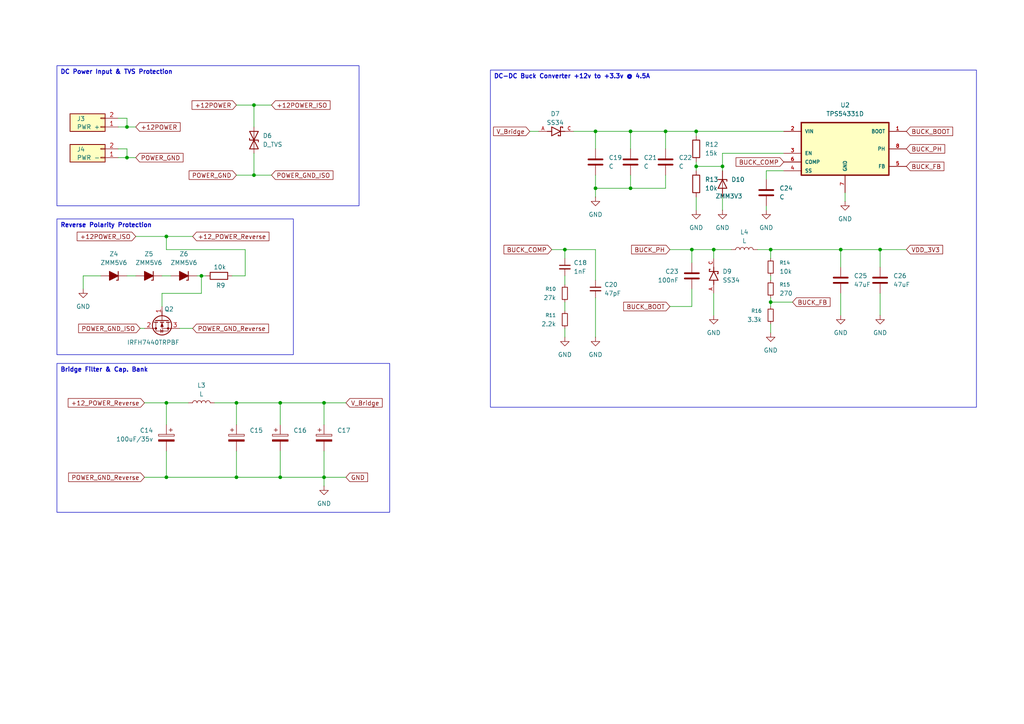
<source format=kicad_sch>
(kicad_sch
	(version 20250114)
	(generator "eeschema")
	(generator_version "9.0")
	(uuid "f3b06ae5-1fe2-4697-8b0c-029718b1dc90")
	(paper "A4")
	(lib_symbols
		(symbol "Connector_Generic:Conn_01x02"
			(pin_names
				(offset 1.016)
				(hide yes)
			)
			(exclude_from_sim no)
			(in_bom yes)
			(on_board yes)
			(property "Reference" "J1"
				(at 0 -8.89 0)
				(effects
					(font
						(size 1.27 1.27)
					)
				)
			)
			(property "Value" "Conn_01x02"
				(at 0 -6.35 0)
				(effects
					(font
						(size 1.27 1.27)
					)
				)
			)
			(property "Footprint" ""
				(at 0 0 0)
				(effects
					(font
						(size 1.27 1.27)
					)
					(hide yes)
				)
			)
			(property "Datasheet" "~"
				(at 0 0 0)
				(effects
					(font
						(size 1.27 1.27)
					)
					(hide yes)
				)
			)
			(property "Description" "Generic connector, single row, 01x02, script generated (kicad-library-utils/schlib/autogen/connector/)"
				(at 0 0 0)
				(effects
					(font
						(size 1.27 1.27)
					)
					(hide yes)
				)
			)
			(property "ki_keywords" "connector"
				(at 0 0 0)
				(effects
					(font
						(size 1.27 1.27)
					)
					(hide yes)
				)
			)
			(property "ki_fp_filters" "Connector*:*_1x??_*"
				(at 0 0 0)
				(effects
					(font
						(size 1.27 1.27)
					)
					(hide yes)
				)
			)
			(symbol "Conn_01x02_1_1"
				(rectangle
					(start -1.27 1.27)
					(end 8.89 -3.81)
					(stroke
						(width 0.254)
						(type default)
					)
					(fill
						(type background)
					)
				)
				(rectangle
					(start -1.27 0.127)
					(end 0 -0.127)
					(stroke
						(width 0.1524)
						(type default)
					)
					(fill
						(type none)
					)
				)
				(rectangle
					(start -1.27 -2.413)
					(end 0 -2.667)
					(stroke
						(width 0.1524)
						(type default)
					)
					(fill
						(type none)
					)
				)
				(pin passive line
					(at -5.08 0 0)
					(length 3.81)
					(name "Pin_1"
						(effects
							(font
								(size 1.27 1.27)
							)
						)
					)
					(number "1"
						(effects
							(font
								(size 1.27 1.27)
							)
						)
					)
				)
				(pin passive line
					(at -5.08 -2.54 0)
					(length 3.81)
					(name "Pin_2"
						(effects
							(font
								(size 1.27 1.27)
							)
						)
					)
					(number "2"
						(effects
							(font
								(size 1.27 1.27)
							)
						)
					)
				)
			)
			(embedded_fonts no)
		)
		(symbol "Device:C"
			(pin_numbers
				(hide yes)
			)
			(pin_names
				(offset 0.254)
			)
			(exclude_from_sim no)
			(in_bom yes)
			(on_board yes)
			(property "Reference" "C"
				(at 0.635 2.54 0)
				(effects
					(font
						(size 1.27 1.27)
					)
					(justify left)
				)
			)
			(property "Value" "C"
				(at 0.635 -2.54 0)
				(effects
					(font
						(size 1.27 1.27)
					)
					(justify left)
				)
			)
			(property "Footprint" ""
				(at 0.9652 -3.81 0)
				(effects
					(font
						(size 1.27 1.27)
					)
					(hide yes)
				)
			)
			(property "Datasheet" "~"
				(at 0 0 0)
				(effects
					(font
						(size 1.27 1.27)
					)
					(hide yes)
				)
			)
			(property "Description" "Unpolarized capacitor"
				(at 0 0 0)
				(effects
					(font
						(size 1.27 1.27)
					)
					(hide yes)
				)
			)
			(property "ki_keywords" "cap capacitor"
				(at 0 0 0)
				(effects
					(font
						(size 1.27 1.27)
					)
					(hide yes)
				)
			)
			(property "ki_fp_filters" "C_*"
				(at 0 0 0)
				(effects
					(font
						(size 1.27 1.27)
					)
					(hide yes)
				)
			)
			(symbol "C_0_1"
				(polyline
					(pts
						(xy -2.032 0.762) (xy 2.032 0.762)
					)
					(stroke
						(width 0.508)
						(type default)
					)
					(fill
						(type none)
					)
				)
				(polyline
					(pts
						(xy -2.032 -0.762) (xy 2.032 -0.762)
					)
					(stroke
						(width 0.508)
						(type default)
					)
					(fill
						(type none)
					)
				)
			)
			(symbol "C_1_1"
				(pin passive line
					(at 0 3.81 270)
					(length 2.794)
					(name "~"
						(effects
							(font
								(size 1.27 1.27)
							)
						)
					)
					(number "1"
						(effects
							(font
								(size 1.27 1.27)
							)
						)
					)
				)
				(pin passive line
					(at 0 -3.81 90)
					(length 2.794)
					(name "~"
						(effects
							(font
								(size 1.27 1.27)
							)
						)
					)
					(number "2"
						(effects
							(font
								(size 1.27 1.27)
							)
						)
					)
				)
			)
			(embedded_fonts no)
		)
		(symbol "Device:C_Polarized"
			(pin_numbers
				(hide yes)
			)
			(pin_names
				(offset 0.254)
			)
			(exclude_from_sim no)
			(in_bom yes)
			(on_board yes)
			(property "Reference" "C"
				(at 0.635 2.54 0)
				(effects
					(font
						(size 1.27 1.27)
					)
					(justify left)
				)
			)
			(property "Value" "C_Polarized"
				(at 0.635 -2.54 0)
				(effects
					(font
						(size 1.27 1.27)
					)
					(justify left)
				)
			)
			(property "Footprint" ""
				(at 0.9652 -3.81 0)
				(effects
					(font
						(size 1.27 1.27)
					)
					(hide yes)
				)
			)
			(property "Datasheet" "~"
				(at 0 0 0)
				(effects
					(font
						(size 1.27 1.27)
					)
					(hide yes)
				)
			)
			(property "Description" "Polarized capacitor"
				(at 0 0 0)
				(effects
					(font
						(size 1.27 1.27)
					)
					(hide yes)
				)
			)
			(property "ki_keywords" "cap capacitor"
				(at 0 0 0)
				(effects
					(font
						(size 1.27 1.27)
					)
					(hide yes)
				)
			)
			(property "ki_fp_filters" "CP_*"
				(at 0 0 0)
				(effects
					(font
						(size 1.27 1.27)
					)
					(hide yes)
				)
			)
			(symbol "C_Polarized_0_1"
				(rectangle
					(start -2.286 0.508)
					(end 2.286 1.016)
					(stroke
						(width 0)
						(type default)
					)
					(fill
						(type none)
					)
				)
				(polyline
					(pts
						(xy -1.778 2.286) (xy -0.762 2.286)
					)
					(stroke
						(width 0)
						(type default)
					)
					(fill
						(type none)
					)
				)
				(polyline
					(pts
						(xy -1.27 2.794) (xy -1.27 1.778)
					)
					(stroke
						(width 0)
						(type default)
					)
					(fill
						(type none)
					)
				)
				(rectangle
					(start 2.286 -0.508)
					(end -2.286 -1.016)
					(stroke
						(width 0)
						(type default)
					)
					(fill
						(type outline)
					)
				)
			)
			(symbol "C_Polarized_1_1"
				(pin passive line
					(at 0 3.81 270)
					(length 2.794)
					(name "~"
						(effects
							(font
								(size 1.27 1.27)
							)
						)
					)
					(number "1"
						(effects
							(font
								(size 1.27 1.27)
							)
						)
					)
				)
				(pin passive line
					(at 0 -3.81 90)
					(length 2.794)
					(name "~"
						(effects
							(font
								(size 1.27 1.27)
							)
						)
					)
					(number "2"
						(effects
							(font
								(size 1.27 1.27)
							)
						)
					)
				)
			)
			(embedded_fonts no)
		)
		(symbol "Device:C_Small"
			(pin_numbers
				(hide yes)
			)
			(pin_names
				(offset 0.254)
				(hide yes)
			)
			(exclude_from_sim no)
			(in_bom yes)
			(on_board yes)
			(property "Reference" "C"
				(at 0.254 1.778 0)
				(effects
					(font
						(size 1.27 1.27)
					)
					(justify left)
				)
			)
			(property "Value" "C_Small"
				(at 0.254 -2.032 0)
				(effects
					(font
						(size 1.27 1.27)
					)
					(justify left)
				)
			)
			(property "Footprint" ""
				(at 0 0 0)
				(effects
					(font
						(size 1.27 1.27)
					)
					(hide yes)
				)
			)
			(property "Datasheet" "~"
				(at 0 0 0)
				(effects
					(font
						(size 1.27 1.27)
					)
					(hide yes)
				)
			)
			(property "Description" "Unpolarized capacitor, small symbol"
				(at 0 0 0)
				(effects
					(font
						(size 1.27 1.27)
					)
					(hide yes)
				)
			)
			(property "ki_keywords" "capacitor cap"
				(at 0 0 0)
				(effects
					(font
						(size 1.27 1.27)
					)
					(hide yes)
				)
			)
			(property "ki_fp_filters" "C_*"
				(at 0 0 0)
				(effects
					(font
						(size 1.27 1.27)
					)
					(hide yes)
				)
			)
			(symbol "C_Small_0_1"
				(polyline
					(pts
						(xy -1.524 0.508) (xy 1.524 0.508)
					)
					(stroke
						(width 0.3048)
						(type default)
					)
					(fill
						(type none)
					)
				)
				(polyline
					(pts
						(xy -1.524 -0.508) (xy 1.524 -0.508)
					)
					(stroke
						(width 0.3302)
						(type default)
					)
					(fill
						(type none)
					)
				)
			)
			(symbol "C_Small_1_1"
				(pin passive line
					(at 0 2.54 270)
					(length 2.032)
					(name "~"
						(effects
							(font
								(size 1.27 1.27)
							)
						)
					)
					(number "1"
						(effects
							(font
								(size 1.27 1.27)
							)
						)
					)
				)
				(pin passive line
					(at 0 -2.54 90)
					(length 2.032)
					(name "~"
						(effects
							(font
								(size 1.27 1.27)
							)
						)
					)
					(number "2"
						(effects
							(font
								(size 1.27 1.27)
							)
						)
					)
				)
			)
			(embedded_fonts no)
		)
		(symbol "Device:D_TVS"
			(pin_numbers
				(hide yes)
			)
			(pin_names
				(offset 1.016)
				(hide yes)
			)
			(exclude_from_sim no)
			(in_bom yes)
			(on_board yes)
			(property "Reference" "D"
				(at 0 2.54 0)
				(effects
					(font
						(size 1.27 1.27)
					)
				)
			)
			(property "Value" "D_TVS"
				(at 0 -2.54 0)
				(effects
					(font
						(size 1.27 1.27)
					)
				)
			)
			(property "Footprint" ""
				(at 0 0 0)
				(effects
					(font
						(size 1.27 1.27)
					)
					(hide yes)
				)
			)
			(property "Datasheet" "~"
				(at 0 0 0)
				(effects
					(font
						(size 1.27 1.27)
					)
					(hide yes)
				)
			)
			(property "Description" "Bidirectional transient-voltage-suppression diode"
				(at 0 0 0)
				(effects
					(font
						(size 1.27 1.27)
					)
					(hide yes)
				)
			)
			(property "ki_keywords" "diode TVS thyrector"
				(at 0 0 0)
				(effects
					(font
						(size 1.27 1.27)
					)
					(hide yes)
				)
			)
			(property "ki_fp_filters" "TO-???* *_Diode_* *SingleDiode* D_*"
				(at 0 0 0)
				(effects
					(font
						(size 1.27 1.27)
					)
					(hide yes)
				)
			)
			(symbol "D_TVS_0_1"
				(polyline
					(pts
						(xy -2.54 1.27) (xy -2.54 -1.27) (xy 2.54 1.27) (xy 2.54 -1.27) (xy -2.54 1.27)
					)
					(stroke
						(width 0.254)
						(type default)
					)
					(fill
						(type none)
					)
				)
				(polyline
					(pts
						(xy 0.508 1.27) (xy 0 1.27) (xy 0 -1.27) (xy -0.508 -1.27)
					)
					(stroke
						(width 0.254)
						(type default)
					)
					(fill
						(type none)
					)
				)
				(polyline
					(pts
						(xy 1.27 0) (xy -1.27 0)
					)
					(stroke
						(width 0)
						(type default)
					)
					(fill
						(type none)
					)
				)
			)
			(symbol "D_TVS_1_1"
				(pin passive line
					(at -3.81 0 0)
					(length 2.54)
					(name "A1"
						(effects
							(font
								(size 1.27 1.27)
							)
						)
					)
					(number "1"
						(effects
							(font
								(size 1.27 1.27)
							)
						)
					)
				)
				(pin passive line
					(at 3.81 0 180)
					(length 2.54)
					(name "A2"
						(effects
							(font
								(size 1.27 1.27)
							)
						)
					)
					(number "2"
						(effects
							(font
								(size 1.27 1.27)
							)
						)
					)
				)
			)
			(embedded_fonts no)
		)
		(symbol "Device:D_Zener"
			(pin_numbers
				(hide yes)
			)
			(pin_names
				(offset 1.016)
				(hide yes)
			)
			(exclude_from_sim no)
			(in_bom yes)
			(on_board yes)
			(property "Reference" "D"
				(at 0 2.54 0)
				(effects
					(font
						(size 1.27 1.27)
					)
				)
			)
			(property "Value" "D_Zener"
				(at 0 -2.54 0)
				(effects
					(font
						(size 1.27 1.27)
					)
				)
			)
			(property "Footprint" ""
				(at 0 0 0)
				(effects
					(font
						(size 1.27 1.27)
					)
					(hide yes)
				)
			)
			(property "Datasheet" "~"
				(at 0 0 0)
				(effects
					(font
						(size 1.27 1.27)
					)
					(hide yes)
				)
			)
			(property "Description" "Zener diode"
				(at 0 0 0)
				(effects
					(font
						(size 1.27 1.27)
					)
					(hide yes)
				)
			)
			(property "ki_keywords" "diode"
				(at 0 0 0)
				(effects
					(font
						(size 1.27 1.27)
					)
					(hide yes)
				)
			)
			(property "ki_fp_filters" "TO-???* *_Diode_* *SingleDiode* D_*"
				(at 0 0 0)
				(effects
					(font
						(size 1.27 1.27)
					)
					(hide yes)
				)
			)
			(symbol "D_Zener_0_1"
				(polyline
					(pts
						(xy -1.27 -1.27) (xy -1.27 1.27) (xy -0.762 1.27)
					)
					(stroke
						(width 0.254)
						(type default)
					)
					(fill
						(type none)
					)
				)
				(polyline
					(pts
						(xy 1.27 0) (xy -1.27 0)
					)
					(stroke
						(width 0)
						(type default)
					)
					(fill
						(type none)
					)
				)
				(polyline
					(pts
						(xy 1.27 -1.27) (xy 1.27 1.27) (xy -1.27 0) (xy 1.27 -1.27)
					)
					(stroke
						(width 0.254)
						(type default)
					)
					(fill
						(type none)
					)
				)
			)
			(symbol "D_Zener_1_1"
				(pin passive line
					(at -3.81 0 0)
					(length 2.54)
					(name "K"
						(effects
							(font
								(size 1.27 1.27)
							)
						)
					)
					(number "1"
						(effects
							(font
								(size 1.27 1.27)
							)
						)
					)
				)
				(pin passive line
					(at 3.81 0 180)
					(length 2.54)
					(name "A"
						(effects
							(font
								(size 1.27 1.27)
							)
						)
					)
					(number "2"
						(effects
							(font
								(size 1.27 1.27)
							)
						)
					)
				)
			)
			(embedded_fonts no)
		)
		(symbol "Device:D_Zener_Filled"
			(pin_numbers
				(hide yes)
			)
			(pin_names
				(offset 1.016)
				(hide yes)
			)
			(exclude_from_sim no)
			(in_bom yes)
			(on_board yes)
			(property "Reference" "D"
				(at 0 2.54 0)
				(effects
					(font
						(size 1.27 1.27)
					)
				)
			)
			(property "Value" "D_Zener_Filled"
				(at 0 -2.54 0)
				(effects
					(font
						(size 1.27 1.27)
					)
				)
			)
			(property "Footprint" ""
				(at 0 0 0)
				(effects
					(font
						(size 1.27 1.27)
					)
					(hide yes)
				)
			)
			(property "Datasheet" "~"
				(at 0 0 0)
				(effects
					(font
						(size 1.27 1.27)
					)
					(hide yes)
				)
			)
			(property "Description" "Zener diode, filled shape"
				(at 0 0 0)
				(effects
					(font
						(size 1.27 1.27)
					)
					(hide yes)
				)
			)
			(property "ki_keywords" "diode"
				(at 0 0 0)
				(effects
					(font
						(size 1.27 1.27)
					)
					(hide yes)
				)
			)
			(property "ki_fp_filters" "TO-???* *_Diode_* *SingleDiode* D_*"
				(at 0 0 0)
				(effects
					(font
						(size 1.27 1.27)
					)
					(hide yes)
				)
			)
			(symbol "D_Zener_Filled_0_1"
				(polyline
					(pts
						(xy -1.27 -1.27) (xy -1.27 1.27) (xy -0.762 1.27)
					)
					(stroke
						(width 0.254)
						(type default)
					)
					(fill
						(type none)
					)
				)
				(polyline
					(pts
						(xy 1.27 0) (xy -1.27 0)
					)
					(stroke
						(width 0)
						(type default)
					)
					(fill
						(type none)
					)
				)
				(polyline
					(pts
						(xy 1.27 -1.27) (xy 1.27 1.27) (xy -1.27 0) (xy 1.27 -1.27)
					)
					(stroke
						(width 0.254)
						(type default)
					)
					(fill
						(type outline)
					)
				)
			)
			(symbol "D_Zener_Filled_1_1"
				(pin passive line
					(at -3.81 0 0)
					(length 2.54)
					(name "K"
						(effects
							(font
								(size 1.27 1.27)
							)
						)
					)
					(number "1"
						(effects
							(font
								(size 1.27 1.27)
							)
						)
					)
				)
				(pin passive line
					(at 3.81 0 180)
					(length 2.54)
					(name "A"
						(effects
							(font
								(size 1.27 1.27)
							)
						)
					)
					(number "2"
						(effects
							(font
								(size 1.27 1.27)
							)
						)
					)
				)
			)
			(embedded_fonts no)
		)
		(symbol "Device:L"
			(pin_numbers
				(hide yes)
			)
			(pin_names
				(offset 1.016)
				(hide yes)
			)
			(exclude_from_sim no)
			(in_bom yes)
			(on_board yes)
			(property "Reference" "L"
				(at -1.27 0 90)
				(effects
					(font
						(size 1.27 1.27)
					)
				)
			)
			(property "Value" "L"
				(at 1.905 0 90)
				(effects
					(font
						(size 1.27 1.27)
					)
				)
			)
			(property "Footprint" ""
				(at 0 0 0)
				(effects
					(font
						(size 1.27 1.27)
					)
					(hide yes)
				)
			)
			(property "Datasheet" "~"
				(at 0 0 0)
				(effects
					(font
						(size 1.27 1.27)
					)
					(hide yes)
				)
			)
			(property "Description" "Inductor"
				(at 0 0 0)
				(effects
					(font
						(size 1.27 1.27)
					)
					(hide yes)
				)
			)
			(property "ki_keywords" "inductor choke coil reactor magnetic"
				(at 0 0 0)
				(effects
					(font
						(size 1.27 1.27)
					)
					(hide yes)
				)
			)
			(property "ki_fp_filters" "Choke_* *Coil* Inductor_* L_*"
				(at 0 0 0)
				(effects
					(font
						(size 1.27 1.27)
					)
					(hide yes)
				)
			)
			(symbol "L_0_1"
				(arc
					(start 0 2.54)
					(mid 0.6323 1.905)
					(end 0 1.27)
					(stroke
						(width 0)
						(type default)
					)
					(fill
						(type none)
					)
				)
				(arc
					(start 0 1.27)
					(mid 0.6323 0.635)
					(end 0 0)
					(stroke
						(width 0)
						(type default)
					)
					(fill
						(type none)
					)
				)
				(arc
					(start 0 0)
					(mid 0.6323 -0.635)
					(end 0 -1.27)
					(stroke
						(width 0)
						(type default)
					)
					(fill
						(type none)
					)
				)
				(arc
					(start 0 -1.27)
					(mid 0.6323 -1.905)
					(end 0 -2.54)
					(stroke
						(width 0)
						(type default)
					)
					(fill
						(type none)
					)
				)
			)
			(symbol "L_1_1"
				(pin passive line
					(at 0 3.81 270)
					(length 1.27)
					(name "1"
						(effects
							(font
								(size 1.27 1.27)
							)
						)
					)
					(number "1"
						(effects
							(font
								(size 1.27 1.27)
							)
						)
					)
				)
				(pin passive line
					(at 0 -3.81 90)
					(length 1.27)
					(name "2"
						(effects
							(font
								(size 1.27 1.27)
							)
						)
					)
					(number "2"
						(effects
							(font
								(size 1.27 1.27)
							)
						)
					)
				)
			)
			(embedded_fonts no)
		)
		(symbol "Device:R"
			(pin_numbers
				(hide yes)
			)
			(pin_names
				(offset 0)
			)
			(exclude_from_sim no)
			(in_bom yes)
			(on_board yes)
			(property "Reference" "R"
				(at 2.032 0 90)
				(effects
					(font
						(size 1.27 1.27)
					)
				)
			)
			(property "Value" "R"
				(at 0 0 90)
				(effects
					(font
						(size 1.27 1.27)
					)
				)
			)
			(property "Footprint" ""
				(at -1.778 0 90)
				(effects
					(font
						(size 1.27 1.27)
					)
					(hide yes)
				)
			)
			(property "Datasheet" "~"
				(at 0 0 0)
				(effects
					(font
						(size 1.27 1.27)
					)
					(hide yes)
				)
			)
			(property "Description" "Resistor"
				(at 0 0 0)
				(effects
					(font
						(size 1.27 1.27)
					)
					(hide yes)
				)
			)
			(property "ki_keywords" "R res resistor"
				(at 0 0 0)
				(effects
					(font
						(size 1.27 1.27)
					)
					(hide yes)
				)
			)
			(property "ki_fp_filters" "R_*"
				(at 0 0 0)
				(effects
					(font
						(size 1.27 1.27)
					)
					(hide yes)
				)
			)
			(symbol "R_0_1"
				(rectangle
					(start -1.016 -2.54)
					(end 1.016 2.54)
					(stroke
						(width 0.254)
						(type default)
					)
					(fill
						(type none)
					)
				)
			)
			(symbol "R_1_1"
				(pin passive line
					(at 0 3.81 270)
					(length 1.27)
					(name "~"
						(effects
							(font
								(size 1.27 1.27)
							)
						)
					)
					(number "1"
						(effects
							(font
								(size 1.27 1.27)
							)
						)
					)
				)
				(pin passive line
					(at 0 -3.81 90)
					(length 1.27)
					(name "~"
						(effects
							(font
								(size 1.27 1.27)
							)
						)
					)
					(number "2"
						(effects
							(font
								(size 1.27 1.27)
							)
						)
					)
				)
			)
			(embedded_fonts no)
		)
		(symbol "Device:R_Small"
			(pin_numbers
				(hide yes)
			)
			(pin_names
				(offset 0.254)
				(hide yes)
			)
			(exclude_from_sim no)
			(in_bom yes)
			(on_board yes)
			(property "Reference" "R"
				(at 0 0 90)
				(effects
					(font
						(size 1.016 1.016)
					)
				)
			)
			(property "Value" "R_Small"
				(at 1.778 0 90)
				(effects
					(font
						(size 1.27 1.27)
					)
				)
			)
			(property "Footprint" ""
				(at 0 0 0)
				(effects
					(font
						(size 1.27 1.27)
					)
					(hide yes)
				)
			)
			(property "Datasheet" "~"
				(at 0 0 0)
				(effects
					(font
						(size 1.27 1.27)
					)
					(hide yes)
				)
			)
			(property "Description" "Resistor, small symbol"
				(at 0 0 0)
				(effects
					(font
						(size 1.27 1.27)
					)
					(hide yes)
				)
			)
			(property "ki_keywords" "R resistor"
				(at 0 0 0)
				(effects
					(font
						(size 1.27 1.27)
					)
					(hide yes)
				)
			)
			(property "ki_fp_filters" "R_*"
				(at 0 0 0)
				(effects
					(font
						(size 1.27 1.27)
					)
					(hide yes)
				)
			)
			(symbol "R_Small_0_1"
				(rectangle
					(start -0.762 1.778)
					(end 0.762 -1.778)
					(stroke
						(width 0.2032)
						(type default)
					)
					(fill
						(type none)
					)
				)
			)
			(symbol "R_Small_1_1"
				(pin passive line
					(at 0 2.54 270)
					(length 0.762)
					(name "~"
						(effects
							(font
								(size 1.27 1.27)
							)
						)
					)
					(number "1"
						(effects
							(font
								(size 1.27 1.27)
							)
						)
					)
				)
				(pin passive line
					(at 0 -2.54 90)
					(length 0.762)
					(name "~"
						(effects
							(font
								(size 1.27 1.27)
							)
						)
					)
					(number "2"
						(effects
							(font
								(size 1.27 1.27)
							)
						)
					)
				)
			)
			(embedded_fonts no)
		)
		(symbol "SS34:SS34"
			(pin_names
				(offset 1.016)
			)
			(exclude_from_sim no)
			(in_bom yes)
			(on_board yes)
			(property "Reference" "D"
				(at -5.08 2.54 0)
				(effects
					(font
						(size 1.27 1.27)
					)
					(justify left bottom)
				)
			)
			(property "Value" "SS34"
				(at -5.08 -3.81 0)
				(effects
					(font
						(size 1.27 1.27)
					)
					(justify left bottom)
				)
			)
			(property "Footprint" "SS34:DIOM7959X265N"
				(at 0 0 0)
				(effects
					(font
						(size 1.27 1.27)
					)
					(justify bottom)
					(hide yes)
				)
			)
			(property "Datasheet" ""
				(at 0 0 0)
				(effects
					(font
						(size 1.27 1.27)
					)
					(hide yes)
				)
			)
			(property "Description" ""
				(at 0 0 0)
				(effects
					(font
						(size 1.27 1.27)
					)
					(hide yes)
				)
			)
			(property "MF" "ON Semiconductor"
				(at 0 0 0)
				(effects
					(font
						(size 1.27 1.27)
					)
					(justify bottom)
					(hide yes)
				)
			)
			(property "SNAPEDA_PACKAGE_ID" "36301"
				(at 0 0 0)
				(effects
					(font
						(size 1.27 1.27)
					)
					(justify bottom)
					(hide yes)
				)
			)
			(property "Package" "SMC-2 ON Semiconductor"
				(at 0 0 0)
				(effects
					(font
						(size 1.27 1.27)
					)
					(justify bottom)
					(hide yes)
				)
			)
			(property "Price" "None"
				(at 0 0 0)
				(effects
					(font
						(size 1.27 1.27)
					)
					(justify bottom)
					(hide yes)
				)
			)
			(property "Check_prices" "https://www.snapeda.com/parts/SS34/Onsemi/view-part/?ref=eda"
				(at 0 0 0)
				(effects
					(font
						(size 1.27 1.27)
					)
					(justify bottom)
					(hide yes)
				)
			)
			(property "STANDARD" "IPC-7351B"
				(at 0 0 0)
				(effects
					(font
						(size 1.27 1.27)
					)
					(justify bottom)
					(hide yes)
				)
			)
			(property "PARTREV" "31 Aug 2016"
				(at 0 0 0)
				(effects
					(font
						(size 1.27 1.27)
					)
					(justify bottom)
					(hide yes)
				)
			)
			(property "SnapEDA_Link" "https://www.snapeda.com/parts/SS34/Onsemi/view-part/?ref=snap"
				(at 0 0 0)
				(effects
					(font
						(size 1.27 1.27)
					)
					(justify bottom)
					(hide yes)
				)
			)
			(property "MP" "SS34"
				(at 0 0 0)
				(effects
					(font
						(size 1.27 1.27)
					)
					(justify bottom)
					(hide yes)
				)
			)
			(property "Description_1" "Diode Schottky 40 V 3A Surface Mount SMC (DO-214AB)"
				(at 0 0 0)
				(effects
					(font
						(size 1.27 1.27)
					)
					(justify bottom)
					(hide yes)
				)
			)
			(property "MANUFACTURER" "On Semiconductor"
				(at 0 0 0)
				(effects
					(font
						(size 1.27 1.27)
					)
					(justify bottom)
					(hide yes)
				)
			)
			(property "Availability" "In Stock"
				(at 0 0 0)
				(effects
					(font
						(size 1.27 1.27)
					)
					(justify bottom)
					(hide yes)
				)
			)
			(property "MAXIMUM_PACKAGE_HEIGHT" "2.65mm"
				(at 0 0 0)
				(effects
					(font
						(size 1.27 1.27)
					)
					(justify bottom)
					(hide yes)
				)
			)
			(symbol "SS34_0_0"
				(polyline
					(pts
						(xy -2.54 0) (xy -1.27 0)
					)
					(stroke
						(width 0.254)
						(type default)
					)
					(fill
						(type none)
					)
				)
				(polyline
					(pts
						(xy -1.27 1.27) (xy -1.27 0)
					)
					(stroke
						(width 0.254)
						(type default)
					)
					(fill
						(type none)
					)
				)
				(polyline
					(pts
						(xy -1.27 0) (xy -1.27 -1.27)
					)
					(stroke
						(width 0.254)
						(type default)
					)
					(fill
						(type none)
					)
				)
				(polyline
					(pts
						(xy -1.27 -1.27) (xy 1.27 0)
					)
					(stroke
						(width 0.254)
						(type default)
					)
					(fill
						(type none)
					)
				)
				(polyline
					(pts
						(xy 0.635 -1.016) (xy 0.635 -1.27)
					)
					(stroke
						(width 0.254)
						(type default)
					)
					(fill
						(type none)
					)
				)
				(polyline
					(pts
						(xy 1.27 1.27) (xy 1.27 0)
					)
					(stroke
						(width 0.254)
						(type default)
					)
					(fill
						(type none)
					)
				)
				(polyline
					(pts
						(xy 1.27 0) (xy -1.27 1.27)
					)
					(stroke
						(width 0.254)
						(type default)
					)
					(fill
						(type none)
					)
				)
				(polyline
					(pts
						(xy 1.27 0) (xy 1.27 -1.27)
					)
					(stroke
						(width 0.254)
						(type default)
					)
					(fill
						(type none)
					)
				)
				(polyline
					(pts
						(xy 1.27 -1.27) (xy 0.635 -1.27)
					)
					(stroke
						(width 0.254)
						(type default)
					)
					(fill
						(type none)
					)
				)
				(polyline
					(pts
						(xy 1.905 1.27) (xy 1.27 1.27)
					)
					(stroke
						(width 0.254)
						(type default)
					)
					(fill
						(type none)
					)
				)
				(polyline
					(pts
						(xy 1.905 1.27) (xy 1.905 1.016)
					)
					(stroke
						(width 0.254)
						(type default)
					)
					(fill
						(type none)
					)
				)
				(polyline
					(pts
						(xy 2.54 0) (xy 1.27 0)
					)
					(stroke
						(width 0.254)
						(type default)
					)
					(fill
						(type none)
					)
				)
				(pin passive line
					(at -5.08 0 0)
					(length 2.54)
					(name "~"
						(effects
							(font
								(size 1.016 1.016)
							)
						)
					)
					(number "A"
						(effects
							(font
								(size 1.016 1.016)
							)
						)
					)
				)
				(pin passive line
					(at 5.08 0 180)
					(length 2.54)
					(name "~"
						(effects
							(font
								(size 1.016 1.016)
							)
						)
					)
					(number "C"
						(effects
							(font
								(size 1.016 1.016)
							)
						)
					)
				)
			)
			(embedded_fonts no)
		)
		(symbol "TPS54331D:TPS54331D"
			(pin_names
				(offset 1.016)
			)
			(exclude_from_sim no)
			(in_bom yes)
			(on_board yes)
			(property "Reference" "U1"
				(at 0 17.78 0)
				(effects
					(font
						(size 1.27 1.27)
					)
				)
			)
			(property "Value" "TPS54331D"
				(at 0 15.24 0)
				(effects
					(font
						(size 1.27 1.27)
					)
				)
			)
			(property "Footprint" "TPS54331D:SOIC127P599X175-8N"
				(at -1.27 -16.51 0)
				(effects
					(font
						(size 1.27 1.27)
					)
					(justify bottom)
					(hide yes)
				)
			)
			(property "Datasheet" ""
				(at 0 0 0)
				(effects
					(font
						(size 1.27 1.27)
					)
					(hide yes)
				)
			)
			(property "Description" ""
				(at 0 0 0)
				(effects
					(font
						(size 1.27 1.27)
					)
					(hide yes)
				)
			)
			(property "MF" "Texas Instruments"
				(at -0.254 -15.748 0)
				(effects
					(font
						(size 1.27 1.27)
					)
					(justify bottom)
					(hide yes)
				)
			)
			(property "Description_1" "3.5V to 28V Input, 3A, 570kHz Step-Down Converter with Eco-mode"
				(at -1.27 -16.51 0)
				(effects
					(font
						(size 1.27 1.27)
					)
					(justify bottom)
					(hide yes)
				)
			)
			(property "Package" "SOIC-8 Texas Instruments"
				(at 0.254 -17.018 0)
				(effects
					(font
						(size 1.27 1.27)
					)
					(justify bottom)
					(hide yes)
				)
			)
			(property "Price" "None"
				(at 0.508 -16.51 0)
				(effects
					(font
						(size 1.27 1.27)
					)
					(justify bottom)
					(hide yes)
				)
			)
			(property "SnapEDA_Link" "https://www.snapeda.com/parts/TPS54331D/Texas+Instruments/view-part/?ref=snap"
				(at -1.27 -16.51 0)
				(effects
					(font
						(size 1.27 1.27)
					)
					(justify bottom)
					(hide yes)
				)
			)
			(property "MP" "TPS54331D"
				(at -0.508 -16.51 0)
				(effects
					(font
						(size 1.27 1.27)
					)
					(justify bottom)
					(hide yes)
				)
			)
			(property "Availability" "In Stock"
				(at -0.762 -16.51 0)
				(effects
					(font
						(size 1.27 1.27)
					)
					(justify bottom)
					(hide yes)
				)
			)
			(property "Check_prices" "https://www.snapeda.com/parts/TPS54331D/Texas+Instruments/view-part/?ref=eda"
				(at -1.27 -16.51 0)
				(effects
					(font
						(size 1.27 1.27)
					)
					(justify bottom)
					(hide yes)
				)
			)
			(symbol "TPS54331D_0_0"
				(rectangle
					(start -12.7 12.7)
					(end 12.7 -2.54)
					(stroke
						(width 0.41)
						(type default)
					)
					(fill
						(type background)
					)
				)
				(pin input line
					(at -17.78 10.16 0)
					(length 5.08)
					(name "VIN"
						(effects
							(font
								(size 1.016 1.016)
							)
						)
					)
					(number "2"
						(effects
							(font
								(size 1.016 1.016)
							)
						)
					)
				)
				(pin input line
					(at -17.78 3.81 0)
					(length 5.08)
					(name "EN"
						(effects
							(font
								(size 1.016 1.016)
							)
						)
					)
					(number "3"
						(effects
							(font
								(size 1.016 1.016)
							)
						)
					)
				)
				(pin output line
					(at -17.78 1.27 0)
					(length 5.08)
					(name "COMP"
						(effects
							(font
								(size 1.016 1.016)
							)
						)
					)
					(number "6"
						(effects
							(font
								(size 1.016 1.016)
							)
						)
					)
				)
				(pin input line
					(at -17.78 -1.27 0)
					(length 5.08)
					(name "SS"
						(effects
							(font
								(size 1.016 1.016)
							)
						)
					)
					(number "4"
						(effects
							(font
								(size 1.016 1.016)
							)
						)
					)
				)
				(pin power_in line
					(at 0 -7.62 90)
					(length 5.08)
					(name "GND"
						(effects
							(font
								(size 1.016 1.016)
							)
						)
					)
					(number "7"
						(effects
							(font
								(size 1.016 1.016)
							)
						)
					)
				)
				(pin input line
					(at 17.78 10.16 180)
					(length 5.08)
					(name "BOOT"
						(effects
							(font
								(size 1.016 1.016)
							)
						)
					)
					(number "1"
						(effects
							(font
								(size 1.016 1.016)
							)
						)
					)
				)
				(pin input line
					(at 17.78 5.08 180)
					(length 5.08)
					(name "PH"
						(effects
							(font
								(size 1.016 1.016)
							)
						)
					)
					(number "8"
						(effects
							(font
								(size 1.016 1.016)
							)
						)
					)
				)
			)
			(symbol "TPS54331D_1_0"
				(pin input line
					(at 17.78 0 180)
					(length 5.08)
					(name "FB"
						(effects
							(font
								(size 1.016 1.016)
							)
						)
					)
					(number "5"
						(effects
							(font
								(size 1.016 1.016)
							)
						)
					)
				)
			)
			(embedded_fonts no)
		)
		(symbol "Transistor_FET:IRLZ44N"
			(pin_names
				(hide yes)
			)
			(exclude_from_sim no)
			(in_bom yes)
			(on_board yes)
			(property "Reference" "Q1"
				(at 6.35 0 90)
				(effects
					(font
						(size 1.27 1.27)
					)
				)
			)
			(property "Value" "IRLZ44N"
				(at 8.89 0 90)
				(effects
					(font
						(size 1.27 1.27)
					)
				)
			)
			(property "Footprint" "Package_TO_SOT_THT:TO-220-3_Vertical"
				(at 5.08 -1.905 0)
				(effects
					(font
						(size 1.27 1.27)
						(italic yes)
					)
					(justify left)
					(hide yes)
				)
			)
			(property "Datasheet" "http://www.irf.com/product-info/datasheets/data/irlz44n.pdf"
				(at 5.08 -3.81 0)
				(effects
					(font
						(size 1.27 1.27)
					)
					(justify left)
					(hide yes)
				)
			)
			(property "Description" "47A Id, 55V Vds, 22mOhm Rds Single N-Channel HEXFET Power MOSFET, TO-220AB"
				(at 0 0 0)
				(effects
					(font
						(size 1.27 1.27)
					)
					(hide yes)
				)
			)
			(property "ki_keywords" "N-Channel HEXFET MOSFET Logic-Level"
				(at 0 0 0)
				(effects
					(font
						(size 1.27 1.27)
					)
					(hide yes)
				)
			)
			(property "ki_fp_filters" "TO?220*"
				(at 0 0 0)
				(effects
					(font
						(size 1.27 1.27)
					)
					(hide yes)
				)
			)
			(symbol "IRLZ44N_0_1"
				(polyline
					(pts
						(xy 0.254 1.905) (xy 0.254 -1.905)
					)
					(stroke
						(width 0.254)
						(type default)
					)
					(fill
						(type none)
					)
				)
				(polyline
					(pts
						(xy 0.254 0) (xy -2.54 0)
					)
					(stroke
						(width 0)
						(type default)
					)
					(fill
						(type none)
					)
				)
				(polyline
					(pts
						(xy 0.762 2.286) (xy 0.762 1.27)
					)
					(stroke
						(width 0.254)
						(type default)
					)
					(fill
						(type none)
					)
				)
				(polyline
					(pts
						(xy 0.762 0.508) (xy 0.762 -0.508)
					)
					(stroke
						(width 0.254)
						(type default)
					)
					(fill
						(type none)
					)
				)
				(polyline
					(pts
						(xy 0.762 -1.27) (xy 0.762 -2.286)
					)
					(stroke
						(width 0.254)
						(type default)
					)
					(fill
						(type none)
					)
				)
				(polyline
					(pts
						(xy 0.762 -1.778) (xy 3.302 -1.778) (xy 3.302 1.778) (xy 0.762 1.778)
					)
					(stroke
						(width 0)
						(type default)
					)
					(fill
						(type none)
					)
				)
				(polyline
					(pts
						(xy 1.016 0) (xy 2.032 0.381) (xy 2.032 -0.381) (xy 1.016 0)
					)
					(stroke
						(width 0)
						(type default)
					)
					(fill
						(type outline)
					)
				)
				(circle
					(center 1.651 0)
					(radius 2.794)
					(stroke
						(width 0.254)
						(type default)
					)
					(fill
						(type none)
					)
				)
				(polyline
					(pts
						(xy 2.54 2.54) (xy 2.54 1.778)
					)
					(stroke
						(width 0)
						(type default)
					)
					(fill
						(type none)
					)
				)
				(circle
					(center 2.54 1.778)
					(radius 0.254)
					(stroke
						(width 0)
						(type default)
					)
					(fill
						(type outline)
					)
				)
				(circle
					(center 2.54 -1.778)
					(radius 0.254)
					(stroke
						(width 0)
						(type default)
					)
					(fill
						(type outline)
					)
				)
				(polyline
					(pts
						(xy 2.54 -2.54) (xy 2.54 0) (xy 0.762 0)
					)
					(stroke
						(width 0)
						(type default)
					)
					(fill
						(type none)
					)
				)
				(polyline
					(pts
						(xy 2.794 0.508) (xy 2.921 0.381) (xy 3.683 0.381) (xy 3.81 0.254)
					)
					(stroke
						(width 0)
						(type default)
					)
					(fill
						(type none)
					)
				)
				(polyline
					(pts
						(xy 3.302 0.381) (xy 2.921 -0.254) (xy 3.683 -0.254) (xy 3.302 0.381)
					)
					(stroke
						(width 0)
						(type default)
					)
					(fill
						(type none)
					)
				)
			)
			(symbol "IRLZ44N_1_1"
				(pin input line
					(at -3.81 0 0)
					(length 2.54)
					(name "G"
						(effects
							(font
								(size 1.27 1.27)
							)
						)
					)
					(number "1"
						(effects
							(font
								(size 1.27 1.27)
							)
						)
					)
				)
				(pin passive line
					(at 2.54 5.08 270)
					(length 2.54)
					(name "D"
						(effects
							(font
								(size 1.27 1.27)
							)
						)
					)
					(number "2"
						(effects
							(font
								(size 1.27 1.27)
							)
						)
					)
				)
				(pin passive line
					(at 2.54 -5.08 90)
					(length 2.54)
					(name "S"
						(effects
							(font
								(size 1.27 1.27)
							)
						)
					)
					(number "3"
						(effects
							(font
								(size 1.27 1.27)
							)
						)
					)
				)
			)
			(embedded_fonts no)
		)
		(symbol "power:GND"
			(power)
			(pin_numbers
				(hide yes)
			)
			(pin_names
				(offset 0)
				(hide yes)
			)
			(exclude_from_sim no)
			(in_bom yes)
			(on_board yes)
			(property "Reference" "#PWR"
				(at 0 -6.35 0)
				(effects
					(font
						(size 1.27 1.27)
					)
					(hide yes)
				)
			)
			(property "Value" "GND"
				(at 0 -3.81 0)
				(effects
					(font
						(size 1.27 1.27)
					)
				)
			)
			(property "Footprint" ""
				(at 0 0 0)
				(effects
					(font
						(size 1.27 1.27)
					)
					(hide yes)
				)
			)
			(property "Datasheet" ""
				(at 0 0 0)
				(effects
					(font
						(size 1.27 1.27)
					)
					(hide yes)
				)
			)
			(property "Description" "Power symbol creates a global label with name \"GND\" , ground"
				(at 0 0 0)
				(effects
					(font
						(size 1.27 1.27)
					)
					(hide yes)
				)
			)
			(property "ki_keywords" "global power"
				(at 0 0 0)
				(effects
					(font
						(size 1.27 1.27)
					)
					(hide yes)
				)
			)
			(symbol "GND_0_1"
				(polyline
					(pts
						(xy 0 0) (xy 0 -1.27) (xy 1.27 -1.27) (xy 0 -2.54) (xy -1.27 -1.27) (xy 0 -1.27)
					)
					(stroke
						(width 0)
						(type default)
					)
					(fill
						(type none)
					)
				)
			)
			(symbol "GND_1_1"
				(pin power_in line
					(at 0 0 270)
					(length 0)
					(name "~"
						(effects
							(font
								(size 1.27 1.27)
							)
						)
					)
					(number "1"
						(effects
							(font
								(size 1.27 1.27)
							)
						)
					)
				)
			)
			(embedded_fonts no)
		)
	)
	(text_box "Reverse Polarity Protection"
		(exclude_from_sim no)
		(at 16.51 63.5 0)
		(size 68.58 39.37)
		(margins 0.9525 0.9525 0.9525 0.9525)
		(stroke
			(width 0)
			(type solid)
		)
		(fill
			(type none)
		)
		(effects
			(font
				(size 1.27 1.27)
				(thickness 0.254)
				(bold yes)
			)
			(justify left top)
		)
		(uuid "2538757f-7ecc-4380-9483-9e1c33c19e92")
	)
	(text_box "Bridge Filter & Cap. Bank"
		(exclude_from_sim no)
		(at 16.51 105.41 0)
		(size 96.52 43.18)
		(margins 0.9525 0.9525 0.9525 0.9525)
		(stroke
			(width 0)
			(type solid)
		)
		(fill
			(type none)
		)
		(effects
			(font
				(size 1.27 1.27)
				(thickness 0.254)
				(bold yes)
			)
			(justify left top)
		)
		(uuid "74613974-2639-4167-b6ea-e9c842b8d4b5")
	)
	(text_box "DC Power Input & TVS Protection"
		(exclude_from_sim no)
		(at 16.51 19.05 0)
		(size 87.63 40.64)
		(margins 0.9525 0.9525 0.9525 0.9525)
		(stroke
			(width 0)
			(type solid)
		)
		(fill
			(type none)
		)
		(effects
			(font
				(size 1.27 1.27)
				(thickness 0.254)
				(bold yes)
			)
			(justify left top)
		)
		(uuid "8179406a-a7f1-4ba6-b76e-7558d26592a4")
	)
	(text_box "DC-DC Buck Converter +12v to +3.3v @ 4.5A\n"
		(exclude_from_sim no)
		(at 142.24 20.32 0)
		(size 140.97 97.79)
		(margins 0.9525 0.9525 0.9525 0.9525)
		(stroke
			(width 0)
			(type solid)
		)
		(fill
			(type none)
		)
		(effects
			(font
				(size 1.27 1.27)
				(thickness 0.254)
				(bold yes)
			)
			(justify left top)
		)
		(uuid "a48694e5-0322-49ea-95a3-96e19fa48011")
	)
	(junction
		(at 36.83 36.83)
		(diameter 0)
		(color 0 0 0 0)
		(uuid "0a7d2f4a-8304-4d5e-bc4c-9bf0f1ef4b64")
	)
	(junction
		(at 68.58 138.43)
		(diameter 0)
		(color 0 0 0 0)
		(uuid "0c8627aa-2692-4965-9225-f592b0c45e08")
	)
	(junction
		(at 172.72 54.61)
		(diameter 0)
		(color 0 0 0 0)
		(uuid "11c35a5d-062d-4288-b72d-7c938a343eae")
	)
	(junction
		(at 182.88 54.61)
		(diameter 0)
		(color 0 0 0 0)
		(uuid "403d11f8-54ce-4594-8970-65d9063d6c8e")
	)
	(junction
		(at 193.04 38.1)
		(diameter 0)
		(color 0 0 0 0)
		(uuid "54f03cb6-a862-43ab-b2fc-a0f0c485405b")
	)
	(junction
		(at 81.28 116.84)
		(diameter 0)
		(color 0 0 0 0)
		(uuid "56ff0a49-0d3b-41eb-88f9-aa44694e1877")
	)
	(junction
		(at 207.01 72.39)
		(diameter 0)
		(color 0 0 0 0)
		(uuid "5f83789e-9b68-4142-90b0-613759107dd9")
	)
	(junction
		(at 73.66 30.48)
		(diameter 0)
		(color 0 0 0 0)
		(uuid "65515540-2f60-4106-8ae0-3ff48d658194")
	)
	(junction
		(at 36.83 45.72)
		(diameter 0)
		(color 0 0 0 0)
		(uuid "6e543782-d7c4-4a6e-8541-2a1f71f6acc6")
	)
	(junction
		(at 172.72 38.1)
		(diameter 0)
		(color 0 0 0 0)
		(uuid "7723a8b0-63fa-4a01-8416-58a93a6cc43b")
	)
	(junction
		(at 182.88 38.1)
		(diameter 0)
		(color 0 0 0 0)
		(uuid "7d9d9db5-2bb4-47b6-9623-6204cd011022")
	)
	(junction
		(at 200.66 72.39)
		(diameter 0)
		(color 0 0 0 0)
		(uuid "7e4cf1a8-25bb-45cf-9cb3-d35674ca8a28")
	)
	(junction
		(at 255.27 72.39)
		(diameter 0)
		(color 0 0 0 0)
		(uuid "882b2d17-a56b-455f-82fb-434ab6ecc1ff")
	)
	(junction
		(at 93.98 116.84)
		(diameter 0)
		(color 0 0 0 0)
		(uuid "92b38b3c-71aa-4f15-93ae-bc338e6d695d")
	)
	(junction
		(at 81.28 138.43)
		(diameter 0)
		(color 0 0 0 0)
		(uuid "932c877e-9f2c-4aa0-bd59-fc2b157e36e2")
	)
	(junction
		(at 201.93 48.26)
		(diameter 0)
		(color 0 0 0 0)
		(uuid "976b1ee7-8226-46e6-b267-d60b77c21f7e")
	)
	(junction
		(at 73.66 50.8)
		(diameter 0)
		(color 0 0 0 0)
		(uuid "9f373827-7768-4068-a70b-eb3519bc333e")
	)
	(junction
		(at 48.26 116.84)
		(diameter 0)
		(color 0 0 0 0)
		(uuid "a472bb80-605c-4bcd-a9db-b573730ef894")
	)
	(junction
		(at 48.26 138.43)
		(diameter 0)
		(color 0 0 0 0)
		(uuid "a6f4db48-85b0-4ce9-b98b-adaa6e33f1ec")
	)
	(junction
		(at 209.55 48.26)
		(diameter 0)
		(color 0 0 0 0)
		(uuid "b1c7fdf2-d858-4e8a-817a-1ef946e3cf1b")
	)
	(junction
		(at 68.58 116.84)
		(diameter 0)
		(color 0 0 0 0)
		(uuid "b2fc9597-9b84-4d21-9684-128a2bd12cae")
	)
	(junction
		(at 93.98 138.43)
		(diameter 0)
		(color 0 0 0 0)
		(uuid "c818bf38-3e7b-419e-91f3-eb902949052a")
	)
	(junction
		(at 58.42 80.01)
		(diameter 0)
		(color 0 0 0 0)
		(uuid "d5f396e8-9a47-4e18-83bb-eed85608bf71")
	)
	(junction
		(at 223.52 87.63)
		(diameter 0)
		(color 0 0 0 0)
		(uuid "d7a7ee43-f732-41d8-8e78-b89fce635620")
	)
	(junction
		(at 201.93 38.1)
		(diameter 0)
		(color 0 0 0 0)
		(uuid "dabc63da-766f-466d-9920-36e5090a106f")
	)
	(junction
		(at 163.83 72.39)
		(diameter 0)
		(color 0 0 0 0)
		(uuid "e381c3fa-1ff4-422b-9f67-1e20c450d1ee")
	)
	(junction
		(at 48.26 68.58)
		(diameter 0)
		(color 0 0 0 0)
		(uuid "e53846e0-f4d4-4320-8567-dfd41c41edfb")
	)
	(junction
		(at 243.84 72.39)
		(diameter 0)
		(color 0 0 0 0)
		(uuid "ee193207-eac0-4460-86f0-2e36dca21809")
	)
	(junction
		(at 223.52 72.39)
		(diameter 0)
		(color 0 0 0 0)
		(uuid "f0a7d0d8-0166-422e-958e-1921bd06f058")
	)
	(wire
		(pts
			(xy 243.84 72.39) (xy 243.84 77.47)
		)
		(stroke
			(width 0)
			(type default)
		)
		(uuid "014cf45d-6d24-4c0e-8d10-63f680443549")
	)
	(wire
		(pts
			(xy 200.66 76.2) (xy 200.66 72.39)
		)
		(stroke
			(width 0)
			(type default)
		)
		(uuid "0280d773-edf8-4fa3-a761-425da607098a")
	)
	(wire
		(pts
			(xy 73.66 50.8) (xy 78.74 50.8)
		)
		(stroke
			(width 0)
			(type default)
		)
		(uuid "059d4d86-f59d-4418-9dcd-ea8d799af5e4")
	)
	(wire
		(pts
			(xy 71.12 80.01) (xy 67.31 80.01)
		)
		(stroke
			(width 0)
			(type default)
		)
		(uuid "076c59ab-e010-4edc-bbeb-eb911cc2f589")
	)
	(wire
		(pts
			(xy 222.25 49.53) (xy 222.25 52.07)
		)
		(stroke
			(width 0)
			(type default)
		)
		(uuid "091852cf-b65c-4b70-a384-05bcf22f7d6c")
	)
	(wire
		(pts
			(xy 36.83 43.18) (xy 36.83 45.72)
		)
		(stroke
			(width 0)
			(type default)
		)
		(uuid "0a3053ac-e979-4fe7-bf76-d1c0bddab24f")
	)
	(wire
		(pts
			(xy 209.55 57.15) (xy 209.55 60.96)
		)
		(stroke
			(width 0)
			(type default)
		)
		(uuid "115b481d-8554-44a3-9413-2e3bc1158618")
	)
	(wire
		(pts
			(xy 163.83 87.63) (xy 163.83 90.17)
		)
		(stroke
			(width 0)
			(type default)
		)
		(uuid "11e6c6cc-afae-4a80-8b4d-2396a0149f72")
	)
	(wire
		(pts
			(xy 48.26 138.43) (xy 68.58 138.43)
		)
		(stroke
			(width 0)
			(type default)
		)
		(uuid "1893af60-7aa1-43e9-bafe-aaf69b41ac0a")
	)
	(wire
		(pts
			(xy 73.66 30.48) (xy 68.58 30.48)
		)
		(stroke
			(width 0)
			(type default)
		)
		(uuid "189b0c1d-d807-4323-9db8-8836e77f3604")
	)
	(wire
		(pts
			(xy 209.55 48.26) (xy 209.55 49.53)
		)
		(stroke
			(width 0)
			(type default)
		)
		(uuid "21458ee4-9e3d-4a4e-8e20-e6cc445ade91")
	)
	(wire
		(pts
			(xy 219.71 72.39) (xy 223.52 72.39)
		)
		(stroke
			(width 0)
			(type default)
		)
		(uuid "233653a2-7e65-43e8-8298-8d5a29d0f292")
	)
	(wire
		(pts
			(xy 34.29 36.83) (xy 36.83 36.83)
		)
		(stroke
			(width 0)
			(type default)
		)
		(uuid "280f4d47-debd-43f5-90da-b8f389abf42f")
	)
	(wire
		(pts
			(xy 243.84 72.39) (xy 255.27 72.39)
		)
		(stroke
			(width 0)
			(type default)
		)
		(uuid "2967d111-6a2c-4225-a2ad-486b8bd47869")
	)
	(wire
		(pts
			(xy 172.72 43.18) (xy 172.72 38.1)
		)
		(stroke
			(width 0)
			(type default)
		)
		(uuid "2acf68f0-ed65-4b19-b43f-dc2b05f8ff7b")
	)
	(wire
		(pts
			(xy 201.93 49.53) (xy 201.93 48.26)
		)
		(stroke
			(width 0)
			(type default)
		)
		(uuid "2fe0dd26-b9d5-43a6-a181-08c47a568680")
	)
	(wire
		(pts
			(xy 48.26 72.39) (xy 71.12 72.39)
		)
		(stroke
			(width 0)
			(type default)
		)
		(uuid "30a8c2d8-bed4-4d9d-883f-c84436017c98")
	)
	(wire
		(pts
			(xy 200.66 83.82) (xy 200.66 88.9)
		)
		(stroke
			(width 0)
			(type default)
		)
		(uuid "319580ab-1689-4d08-9797-b36249ac6cc0")
	)
	(wire
		(pts
			(xy 81.28 138.43) (xy 81.28 130.81)
		)
		(stroke
			(width 0)
			(type default)
		)
		(uuid "365aad77-c482-4828-8e2c-014a667a5880")
	)
	(wire
		(pts
			(xy 48.26 68.58) (xy 48.26 72.39)
		)
		(stroke
			(width 0)
			(type default)
		)
		(uuid "3af02259-6310-4bb2-bba8-ef38cd29d961")
	)
	(wire
		(pts
			(xy 34.29 43.18) (xy 36.83 43.18)
		)
		(stroke
			(width 0)
			(type default)
		)
		(uuid "3be845aa-2751-4746-8365-30566d11d86c")
	)
	(wire
		(pts
			(xy 207.01 72.39) (xy 207.01 74.93)
		)
		(stroke
			(width 0)
			(type default)
		)
		(uuid "3c9bf916-d767-466d-9478-beeb6735f24d")
	)
	(wire
		(pts
			(xy 223.52 72.39) (xy 223.52 74.93)
		)
		(stroke
			(width 0)
			(type default)
		)
		(uuid "404ed812-9681-49a5-8a75-9772151eac11")
	)
	(wire
		(pts
			(xy 182.88 54.61) (xy 193.04 54.61)
		)
		(stroke
			(width 0)
			(type default)
		)
		(uuid "430c2f7a-754a-403b-a60f-6c5abeb0d018")
	)
	(wire
		(pts
			(xy 245.11 55.88) (xy 245.11 58.42)
		)
		(stroke
			(width 0)
			(type default)
		)
		(uuid "43dee01b-a288-47b2-9dac-d8d50138b687")
	)
	(wire
		(pts
			(xy 227.33 49.53) (xy 222.25 49.53)
		)
		(stroke
			(width 0)
			(type default)
		)
		(uuid "46638cbc-ec4d-4fb3-8910-26cd7cb30992")
	)
	(wire
		(pts
			(xy 172.72 54.61) (xy 172.72 57.15)
		)
		(stroke
			(width 0)
			(type default)
		)
		(uuid "491fc088-ef39-44fc-86f0-029e6bfa5c21")
	)
	(wire
		(pts
			(xy 227.33 38.1) (xy 201.93 38.1)
		)
		(stroke
			(width 0)
			(type default)
		)
		(uuid "499f8496-7272-4066-ae18-02b44e48ea54")
	)
	(wire
		(pts
			(xy 201.93 57.15) (xy 201.93 60.96)
		)
		(stroke
			(width 0)
			(type default)
		)
		(uuid "4c2ed990-bb3c-4982-9a97-56bebc536772")
	)
	(wire
		(pts
			(xy 68.58 50.8) (xy 73.66 50.8)
		)
		(stroke
			(width 0)
			(type default)
		)
		(uuid "51f63f95-62c8-4c20-9da1-61f23b39fc4f")
	)
	(wire
		(pts
			(xy 29.21 80.01) (xy 24.13 80.01)
		)
		(stroke
			(width 0)
			(type default)
		)
		(uuid "54aa48b0-7d36-43d0-b300-f7619a73ca5a")
	)
	(wire
		(pts
			(xy 172.72 54.61) (xy 182.88 54.61)
		)
		(stroke
			(width 0)
			(type default)
		)
		(uuid "54e169bb-58a9-46fb-b41d-67bceba6eada")
	)
	(wire
		(pts
			(xy 153.67 38.1) (xy 156.21 38.1)
		)
		(stroke
			(width 0)
			(type default)
		)
		(uuid "55f73fc5-fc45-48c1-af9c-78bfc35c8c03")
	)
	(wire
		(pts
			(xy 227.33 44.45) (xy 209.55 44.45)
		)
		(stroke
			(width 0)
			(type default)
		)
		(uuid "56febaa7-9e1b-4e61-a295-73ee5dc9a0c0")
	)
	(wire
		(pts
			(xy 68.58 116.84) (xy 68.58 123.19)
		)
		(stroke
			(width 0)
			(type default)
		)
		(uuid "5986ca84-7326-4fcc-8ffc-a473d4e7b5c3")
	)
	(wire
		(pts
			(xy 93.98 138.43) (xy 93.98 140.97)
		)
		(stroke
			(width 0)
			(type default)
		)
		(uuid "5cc3a9ea-2a60-44be-9487-3bade69a9097")
	)
	(wire
		(pts
			(xy 93.98 116.84) (xy 100.33 116.84)
		)
		(stroke
			(width 0)
			(type default)
		)
		(uuid "5d43aa5a-e52e-4d99-9bfd-ee2905fb1a42")
	)
	(wire
		(pts
			(xy 207.01 85.09) (xy 207.01 91.44)
		)
		(stroke
			(width 0)
			(type default)
		)
		(uuid "5e6b3e18-d5a1-41ab-8282-34260f681259")
	)
	(wire
		(pts
			(xy 255.27 72.39) (xy 255.27 77.47)
		)
		(stroke
			(width 0)
			(type default)
		)
		(uuid "5ec9f9b8-4cef-496e-8af2-44e3aa33ba6a")
	)
	(wire
		(pts
			(xy 34.29 45.72) (xy 36.83 45.72)
		)
		(stroke
			(width 0)
			(type default)
		)
		(uuid "60f9c703-0eca-43a0-955e-771e7e089568")
	)
	(wire
		(pts
			(xy 172.72 38.1) (xy 182.88 38.1)
		)
		(stroke
			(width 0)
			(type default)
		)
		(uuid "6574cc9b-a271-4280-a850-3955e5df29be")
	)
	(wire
		(pts
			(xy 255.27 72.39) (xy 262.89 72.39)
		)
		(stroke
			(width 0)
			(type default)
		)
		(uuid "69af49b8-2640-4afd-acdd-94e640fa1ea8")
	)
	(wire
		(pts
			(xy 243.84 85.09) (xy 243.84 91.44)
		)
		(stroke
			(width 0)
			(type default)
		)
		(uuid "6d039150-6877-451a-b0ea-74edefc48eae")
	)
	(wire
		(pts
			(xy 194.31 88.9) (xy 200.66 88.9)
		)
		(stroke
			(width 0)
			(type default)
		)
		(uuid "6d39dc89-b615-4ed3-aaad-27013e649dc0")
	)
	(wire
		(pts
			(xy 81.28 138.43) (xy 93.98 138.43)
		)
		(stroke
			(width 0)
			(type default)
		)
		(uuid "6e628b1a-d666-4efe-80b2-d9b9c21af9e8")
	)
	(wire
		(pts
			(xy 223.52 87.63) (xy 229.87 87.63)
		)
		(stroke
			(width 0)
			(type default)
		)
		(uuid "70b99945-5673-453e-88bd-8d91decfc53f")
	)
	(wire
		(pts
			(xy 36.83 80.01) (xy 39.37 80.01)
		)
		(stroke
			(width 0)
			(type default)
		)
		(uuid "70ea4b8c-3316-471b-a1f2-70830d3d100d")
	)
	(wire
		(pts
			(xy 48.26 138.43) (xy 48.26 130.81)
		)
		(stroke
			(width 0)
			(type default)
		)
		(uuid "7275a2d2-0cb3-43de-bd8f-acff597ed9c7")
	)
	(wire
		(pts
			(xy 172.72 86.36) (xy 172.72 97.79)
		)
		(stroke
			(width 0)
			(type default)
		)
		(uuid "749bc5c5-ed4e-4ada-931c-d31b935e9fef")
	)
	(wire
		(pts
			(xy 207.01 72.39) (xy 212.09 72.39)
		)
		(stroke
			(width 0)
			(type default)
		)
		(uuid "75c5b509-1061-4935-94c2-160acc0716f4")
	)
	(wire
		(pts
			(xy 223.52 86.36) (xy 223.52 87.63)
		)
		(stroke
			(width 0)
			(type default)
		)
		(uuid "78fb645c-2ac5-4d89-a96e-1861e0b720e0")
	)
	(wire
		(pts
			(xy 193.04 38.1) (xy 201.93 38.1)
		)
		(stroke
			(width 0)
			(type default)
		)
		(uuid "7d8d14f3-8e49-48c5-bd56-b3a887d33dd9")
	)
	(wire
		(pts
			(xy 163.83 72.39) (xy 172.72 72.39)
		)
		(stroke
			(width 0)
			(type default)
		)
		(uuid "8006df0c-9239-4067-90cb-cfc4f45ad9fe")
	)
	(wire
		(pts
			(xy 62.23 116.84) (xy 68.58 116.84)
		)
		(stroke
			(width 0)
			(type default)
		)
		(uuid "829c16db-5dbe-4188-b5d9-e082444686d2")
	)
	(wire
		(pts
			(xy 24.13 80.01) (xy 24.13 83.82)
		)
		(stroke
			(width 0)
			(type default)
		)
		(uuid "82ac649d-231c-4e27-b509-54af90b8347a")
	)
	(wire
		(pts
			(xy 48.26 68.58) (xy 55.88 68.58)
		)
		(stroke
			(width 0)
			(type default)
		)
		(uuid "82ee9243-fae5-420a-b6c8-4990c1f72834")
	)
	(wire
		(pts
			(xy 182.88 38.1) (xy 193.04 38.1)
		)
		(stroke
			(width 0)
			(type default)
		)
		(uuid "85082bfe-b683-4f0e-be21-ca5d7e3cace6")
	)
	(wire
		(pts
			(xy 36.83 45.72) (xy 39.37 45.72)
		)
		(stroke
			(width 0)
			(type default)
		)
		(uuid "85219484-21c3-4457-b775-6922cc3973cf")
	)
	(wire
		(pts
			(xy 41.91 138.43) (xy 48.26 138.43)
		)
		(stroke
			(width 0)
			(type default)
		)
		(uuid "86966b38-d898-4fa6-b79e-afda627743c5")
	)
	(wire
		(pts
			(xy 68.58 138.43) (xy 68.58 130.81)
		)
		(stroke
			(width 0)
			(type default)
		)
		(uuid "8ad09f8e-30d6-49e7-9358-49e764957f6f")
	)
	(wire
		(pts
			(xy 163.83 72.39) (xy 163.83 74.93)
		)
		(stroke
			(width 0)
			(type default)
		)
		(uuid "8b13e67a-6b35-4a79-b7b7-f117fb5990c9")
	)
	(wire
		(pts
			(xy 182.88 54.61) (xy 182.88 50.8)
		)
		(stroke
			(width 0)
			(type default)
		)
		(uuid "8b690c82-3b13-4e86-aa5d-765d54967414")
	)
	(wire
		(pts
			(xy 193.04 54.61) (xy 193.04 50.8)
		)
		(stroke
			(width 0)
			(type default)
		)
		(uuid "8bbe22ef-4be0-4e0b-9182-d6e8d2819d15")
	)
	(wire
		(pts
			(xy 73.66 30.48) (xy 78.74 30.48)
		)
		(stroke
			(width 0)
			(type default)
		)
		(uuid "8dde9390-4a4d-4367-8d9a-a8eb57ee17fa")
	)
	(wire
		(pts
			(xy 58.42 85.09) (xy 46.99 85.09)
		)
		(stroke
			(width 0)
			(type default)
		)
		(uuid "8e195062-1245-4a2a-bc3f-6d5886d5d797")
	)
	(wire
		(pts
			(xy 68.58 138.43) (xy 81.28 138.43)
		)
		(stroke
			(width 0)
			(type default)
		)
		(uuid "9366396e-2083-41fa-912b-2fa648621b77")
	)
	(wire
		(pts
			(xy 222.25 59.69) (xy 222.25 60.96)
		)
		(stroke
			(width 0)
			(type default)
		)
		(uuid "93aa256d-051c-46a1-8ad2-8068e3142e73")
	)
	(wire
		(pts
			(xy 93.98 138.43) (xy 93.98 130.81)
		)
		(stroke
			(width 0)
			(type default)
		)
		(uuid "9760794a-90a6-4172-b5e8-347b711148f8")
	)
	(wire
		(pts
			(xy 57.15 80.01) (xy 58.42 80.01)
		)
		(stroke
			(width 0)
			(type default)
		)
		(uuid "99011afe-7d50-463a-a4f4-0b0ebc201199")
	)
	(wire
		(pts
			(xy 93.98 116.84) (xy 93.98 123.19)
		)
		(stroke
			(width 0)
			(type default)
		)
		(uuid "9c3a411c-66e5-482e-a4b3-2be66bad2d8e")
	)
	(wire
		(pts
			(xy 58.42 80.01) (xy 58.42 85.09)
		)
		(stroke
			(width 0)
			(type default)
		)
		(uuid "9fd8b099-9128-4076-992c-5f4aab7a23d8")
	)
	(wire
		(pts
			(xy 93.98 138.43) (xy 100.33 138.43)
		)
		(stroke
			(width 0)
			(type default)
		)
		(uuid "a152fb53-645b-492d-9d47-a88e961bb26d")
	)
	(wire
		(pts
			(xy 73.66 44.45) (xy 73.66 50.8)
		)
		(stroke
			(width 0)
			(type default)
		)
		(uuid "a49f98e0-1e17-4110-97e4-4540d79cc83d")
	)
	(wire
		(pts
			(xy 201.93 46.99) (xy 201.93 48.26)
		)
		(stroke
			(width 0)
			(type default)
		)
		(uuid "a6f900d8-c86f-411b-aaee-ce96f34421bf")
	)
	(wire
		(pts
			(xy 52.07 95.25) (xy 55.88 95.25)
		)
		(stroke
			(width 0)
			(type default)
		)
		(uuid "b672733e-06c8-43e9-bca1-954782d23e75")
	)
	(wire
		(pts
			(xy 182.88 43.18) (xy 182.88 38.1)
		)
		(stroke
			(width 0)
			(type default)
		)
		(uuid "b8d9e84f-859d-45ac-8eb7-14b56d9aa981")
	)
	(wire
		(pts
			(xy 193.04 38.1) (xy 193.04 43.18)
		)
		(stroke
			(width 0)
			(type default)
		)
		(uuid "bdb621c4-0097-4d8c-b0e8-3c392ed84f23")
	)
	(wire
		(pts
			(xy 163.83 95.25) (xy 163.83 97.79)
		)
		(stroke
			(width 0)
			(type default)
		)
		(uuid "bed6eb1d-f6b5-4bff-9dcc-218dd13c8b4c")
	)
	(wire
		(pts
			(xy 73.66 36.83) (xy 73.66 30.48)
		)
		(stroke
			(width 0)
			(type default)
		)
		(uuid "c3790174-3dd7-4a05-bb4d-92b398589462")
	)
	(wire
		(pts
			(xy 39.37 68.58) (xy 48.26 68.58)
		)
		(stroke
			(width 0)
			(type default)
		)
		(uuid "c38b6fd8-5cd2-4a6e-aaf4-9a6d50451c63")
	)
	(wire
		(pts
			(xy 81.28 116.84) (xy 93.98 116.84)
		)
		(stroke
			(width 0)
			(type default)
		)
		(uuid "c551f3d1-050f-46d1-91bb-0ea436283bc6")
	)
	(wire
		(pts
			(xy 255.27 85.09) (xy 255.27 91.44)
		)
		(stroke
			(width 0)
			(type default)
		)
		(uuid "c5de4a08-8bbd-49b6-aa09-b52e47f1deec")
	)
	(wire
		(pts
			(xy 172.72 72.39) (xy 172.72 81.28)
		)
		(stroke
			(width 0)
			(type default)
		)
		(uuid "c8d67cfc-470c-4783-88e0-e0ec4f527068")
	)
	(wire
		(pts
			(xy 46.99 80.01) (xy 49.53 80.01)
		)
		(stroke
			(width 0)
			(type default)
		)
		(uuid "c9713201-7568-40e2-ae3c-38e46c8c7bfd")
	)
	(wire
		(pts
			(xy 81.28 116.84) (xy 81.28 123.19)
		)
		(stroke
			(width 0)
			(type default)
		)
		(uuid "c9b71d60-2c32-4715-a1fe-34188e8dcf9c")
	)
	(wire
		(pts
			(xy 160.02 72.39) (xy 163.83 72.39)
		)
		(stroke
			(width 0)
			(type default)
		)
		(uuid "ca126b5d-f85f-414d-9c35-e6037704e733")
	)
	(wire
		(pts
			(xy 36.83 34.29) (xy 36.83 36.83)
		)
		(stroke
			(width 0)
			(type default)
		)
		(uuid "cebd0a25-d863-47ef-b6d2-4e55a258b052")
	)
	(wire
		(pts
			(xy 36.83 36.83) (xy 39.37 36.83)
		)
		(stroke
			(width 0)
			(type default)
		)
		(uuid "d12f12cb-aa03-4fe1-8716-9deff9ed2c5b")
	)
	(wire
		(pts
			(xy 41.91 116.84) (xy 48.26 116.84)
		)
		(stroke
			(width 0)
			(type default)
		)
		(uuid "d3637f0f-02b3-4d8e-a91d-12d1c9a7b4b7")
	)
	(wire
		(pts
			(xy 68.58 116.84) (xy 81.28 116.84)
		)
		(stroke
			(width 0)
			(type default)
		)
		(uuid "d3f38f9f-a77d-446f-acdb-05dc089520ba")
	)
	(wire
		(pts
			(xy 34.29 34.29) (xy 36.83 34.29)
		)
		(stroke
			(width 0)
			(type default)
		)
		(uuid "d4f6caf6-cd8d-4da5-aa3e-f2f1974bd4a0")
	)
	(wire
		(pts
			(xy 48.26 116.84) (xy 54.61 116.84)
		)
		(stroke
			(width 0)
			(type default)
		)
		(uuid "d7177f97-d616-477c-bda2-29f2d01c737d")
	)
	(wire
		(pts
			(xy 194.31 72.39) (xy 200.66 72.39)
		)
		(stroke
			(width 0)
			(type default)
		)
		(uuid "d911903f-2f77-4b88-9492-aa80c7cff3e2")
	)
	(wire
		(pts
			(xy 223.52 87.63) (xy 223.52 88.9)
		)
		(stroke
			(width 0)
			(type default)
		)
		(uuid "dc2044ed-84ba-433e-9eda-a5caa114dd4c")
	)
	(wire
		(pts
			(xy 223.52 80.01) (xy 223.52 81.28)
		)
		(stroke
			(width 0)
			(type default)
		)
		(uuid "e1950e94-73d0-4226-8655-cbeba9643ded")
	)
	(wire
		(pts
			(xy 201.93 38.1) (xy 201.93 39.37)
		)
		(stroke
			(width 0)
			(type default)
		)
		(uuid "e258aa52-2730-4c11-80f5-09875447e682")
	)
	(wire
		(pts
			(xy 40.64 95.25) (xy 41.91 95.25)
		)
		(stroke
			(width 0)
			(type default)
		)
		(uuid "e42e31a0-dbea-4a97-b883-7e4568b6bb4f")
	)
	(wire
		(pts
			(xy 58.42 80.01) (xy 59.69 80.01)
		)
		(stroke
			(width 0)
			(type default)
		)
		(uuid "e576f9eb-55fa-44db-844e-d56f9311b08b")
	)
	(wire
		(pts
			(xy 71.12 72.39) (xy 71.12 80.01)
		)
		(stroke
			(width 0)
			(type default)
		)
		(uuid "e86a1fcc-4aa5-4eaf-bd52-763ec4e294d9")
	)
	(wire
		(pts
			(xy 166.37 38.1) (xy 172.72 38.1)
		)
		(stroke
			(width 0)
			(type default)
		)
		(uuid "e9b17688-dd83-44c4-8660-1b69e720a9b1")
	)
	(wire
		(pts
			(xy 201.93 48.26) (xy 209.55 48.26)
		)
		(stroke
			(width 0)
			(type default)
		)
		(uuid "e9ec1f9c-6e53-4fac-a855-290cb1b440b4")
	)
	(wire
		(pts
			(xy 46.99 85.09) (xy 46.99 88.9)
		)
		(stroke
			(width 0)
			(type default)
		)
		(uuid "ec9aa7aa-a494-4430-98c4-34db9c466d05")
	)
	(wire
		(pts
			(xy 200.66 72.39) (xy 207.01 72.39)
		)
		(stroke
			(width 0)
			(type default)
		)
		(uuid "f0b3001e-504b-45c5-9228-fa597253cbf3")
	)
	(wire
		(pts
			(xy 223.52 93.98) (xy 223.52 96.52)
		)
		(stroke
			(width 0)
			(type default)
		)
		(uuid "f174f31c-ee5f-46ce-b89d-946891662bce")
	)
	(wire
		(pts
			(xy 209.55 44.45) (xy 209.55 48.26)
		)
		(stroke
			(width 0)
			(type default)
		)
		(uuid "f2090e57-e592-44d4-92a0-ef5fbaaeff0e")
	)
	(wire
		(pts
			(xy 223.52 72.39) (xy 243.84 72.39)
		)
		(stroke
			(width 0)
			(type default)
		)
		(uuid "f9162bea-deac-4256-a822-f61009613e1c")
	)
	(wire
		(pts
			(xy 172.72 50.8) (xy 172.72 54.61)
		)
		(stroke
			(width 0)
			(type default)
		)
		(uuid "f9b2a1cf-f458-4f0f-8069-f1e4064ce868")
	)
	(wire
		(pts
			(xy 48.26 116.84) (xy 48.26 123.19)
		)
		(stroke
			(width 0)
			(type default)
		)
		(uuid "f9d742d6-446d-4d45-9dc0-2e346e82d545")
	)
	(wire
		(pts
			(xy 163.83 80.01) (xy 163.83 82.55)
		)
		(stroke
			(width 0)
			(type default)
		)
		(uuid "facda798-aef9-4009-9701-6aace22d2efc")
	)
	(global_label "BUCK_PH"
		(shape input)
		(at 194.31 72.39 180)
		(fields_autoplaced yes)
		(effects
			(font
				(size 1.27 1.27)
			)
			(justify right)
		)
		(uuid "0c57eb27-f5f4-4ece-ac34-fac39ea9afcd")
		(property "Intersheetrefs" "${INTERSHEET_REFS}"
			(at 182.6162 72.39 0)
			(effects
				(font
					(size 1.27 1.27)
				)
				(justify right)
				(hide yes)
			)
		)
	)
	(global_label "POWER_GND"
		(shape input)
		(at 68.58 50.8 180)
		(fields_autoplaced yes)
		(effects
			(font
				(size 1.27 1.27)
			)
			(justify right)
		)
		(uuid "16b19e77-c626-4a6e-8c37-6038e639f015")
		(property "Intersheetrefs" "${INTERSHEET_REFS}"
			(at 54.2858 50.8 0)
			(effects
				(font
					(size 1.27 1.27)
				)
				(justify right)
				(hide yes)
			)
		)
	)
	(global_label "POWER_GND_ISO"
		(shape input)
		(at 78.74 50.8 0)
		(fields_autoplaced yes)
		(effects
			(font
				(size 1.27 1.27)
			)
			(justify left)
		)
		(uuid "23b6aa72-5813-4831-b5e3-a0ebd736b996")
		(property "Intersheetrefs" "${INTERSHEET_REFS}"
			(at 97.1466 50.8 0)
			(effects
				(font
					(size 1.27 1.27)
				)
				(justify left)
				(hide yes)
			)
		)
	)
	(global_label "+12POWER"
		(shape input)
		(at 39.37 36.83 0)
		(fields_autoplaced yes)
		(effects
			(font
				(size 1.27 1.27)
			)
			(justify left)
		)
		(uuid "29a8d847-a517-40c2-827c-bf5ad7039259")
		(property "Intersheetrefs" "${INTERSHEET_REFS}"
			(at 52.8175 36.83 0)
			(effects
				(font
					(size 1.27 1.27)
				)
				(justify left)
				(hide yes)
			)
		)
	)
	(global_label "BUCK_BOOT"
		(shape input)
		(at 194.31 88.9 180)
		(fields_autoplaced yes)
		(effects
			(font
				(size 1.27 1.27)
			)
			(justify right)
		)
		(uuid "30ab8dfa-61ae-4a65-ba8a-b523c68c84ae")
		(property "Intersheetrefs" "${INTERSHEET_REFS}"
			(at 180.3181 88.9 0)
			(effects
				(font
					(size 1.27 1.27)
				)
				(justify right)
				(hide yes)
			)
		)
	)
	(global_label "BUCK_COMP"
		(shape input)
		(at 160.02 72.39 180)
		(fields_autoplaced yes)
		(effects
			(font
				(size 1.27 1.27)
			)
			(justify right)
		)
		(uuid "33ef6a74-e2b3-4464-859d-754a9a8ba733")
		(property "Intersheetrefs" "${INTERSHEET_REFS}"
			(at 145.6048 72.39 0)
			(effects
				(font
					(size 1.27 1.27)
				)
				(justify right)
				(hide yes)
			)
		)
	)
	(global_label "+12POWER"
		(shape input)
		(at 68.58 30.48 180)
		(fields_autoplaced yes)
		(effects
			(font
				(size 1.27 1.27)
			)
			(justify right)
		)
		(uuid "3f5d3d43-fe49-46e3-a624-5e61674d9400")
		(property "Intersheetrefs" "${INTERSHEET_REFS}"
			(at 55.1325 30.48 0)
			(effects
				(font
					(size 1.27 1.27)
				)
				(justify right)
				(hide yes)
			)
		)
	)
	(global_label "V_Bridge"
		(shape input)
		(at 153.67 38.1 180)
		(fields_autoplaced yes)
		(effects
			(font
				(size 1.27 1.27)
			)
			(justify right)
		)
		(uuid "46cdab7e-7ec5-4648-a5d2-c7f11b35a27e")
		(property "Intersheetrefs" "${INTERSHEET_REFS}"
			(at 142.581 38.1 0)
			(effects
				(font
					(size 1.27 1.27)
				)
				(justify right)
				(hide yes)
			)
		)
	)
	(global_label "POWER_GND_ISO"
		(shape input)
		(at 40.64 95.25 180)
		(fields_autoplaced yes)
		(effects
			(font
				(size 1.27 1.27)
			)
			(justify right)
		)
		(uuid "49bdf2b7-44c8-475e-a187-b5c8d1dfe93a")
		(property "Intersheetrefs" "${INTERSHEET_REFS}"
			(at 22.2334 95.25 0)
			(effects
				(font
					(size 1.27 1.27)
				)
				(justify right)
				(hide yes)
			)
		)
	)
	(global_label "POWER_GND_Reverse"
		(shape input)
		(at 55.88 95.25 0)
		(fields_autoplaced yes)
		(effects
			(font
				(size 1.27 1.27)
			)
			(justify left)
		)
		(uuid "56153b88-3bb4-473c-b710-e5af7a5f3aaa")
		(property "Intersheetrefs" "${INTERSHEET_REFS}"
			(at 78.4595 95.25 0)
			(effects
				(font
					(size 1.27 1.27)
				)
				(justify left)
				(hide yes)
			)
		)
	)
	(global_label "BUCK_PH"
		(shape input)
		(at 262.89 43.18 0)
		(fields_autoplaced yes)
		(effects
			(font
				(size 1.27 1.27)
			)
			(justify left)
		)
		(uuid "5c3512e1-dc9d-4192-b2e3-7fc4ad5a55be")
		(property "Intersheetrefs" "${INTERSHEET_REFS}"
			(at 274.5838 43.18 0)
			(effects
				(font
					(size 1.27 1.27)
				)
				(justify left)
				(hide yes)
			)
		)
	)
	(global_label "V_Bridge"
		(shape input)
		(at 100.33 116.84 0)
		(fields_autoplaced yes)
		(effects
			(font
				(size 1.27 1.27)
			)
			(justify left)
		)
		(uuid "67fc62ba-c4d6-4dcc-baaa-e8ee8a3873fd")
		(property "Intersheetrefs" "${INTERSHEET_REFS}"
			(at 111.419 116.84 0)
			(effects
				(font
					(size 1.27 1.27)
				)
				(justify left)
				(hide yes)
			)
		)
	)
	(global_label "BUCK_FB"
		(shape input)
		(at 229.87 87.63 0)
		(fields_autoplaced yes)
		(effects
			(font
				(size 1.27 1.27)
			)
			(justify left)
		)
		(uuid "69cd0511-99c6-488c-9c43-082b3095c312")
		(property "Intersheetrefs" "${INTERSHEET_REFS}"
			(at 241.3219 87.63 0)
			(effects
				(font
					(size 1.27 1.27)
				)
				(justify left)
				(hide yes)
			)
		)
	)
	(global_label "+12_POWER_Reverse"
		(shape input)
		(at 55.88 68.58 0)
		(fields_autoplaced yes)
		(effects
			(font
				(size 1.27 1.27)
			)
			(justify left)
		)
		(uuid "70e59b93-abd5-4b83-aee2-38c6788ed895")
		(property "Intersheetrefs" "${INTERSHEET_REFS}"
			(at 78.5804 68.58 0)
			(effects
				(font
					(size 1.27 1.27)
				)
				(justify left)
				(hide yes)
			)
		)
	)
	(global_label "GND"
		(shape input)
		(at 100.33 138.43 0)
		(fields_autoplaced yes)
		(effects
			(font
				(size 1.27 1.27)
			)
			(justify left)
		)
		(uuid "7d3cf3dd-a3b7-45e9-95c2-7ffe85b70944")
		(property "Intersheetrefs" "${INTERSHEET_REFS}"
			(at 107.1857 138.43 0)
			(effects
				(font
					(size 1.27 1.27)
				)
				(justify left)
				(hide yes)
			)
		)
	)
	(global_label "POWER_GND_Reverse"
		(shape input)
		(at 41.91 138.43 180)
		(fields_autoplaced yes)
		(effects
			(font
				(size 1.27 1.27)
			)
			(justify right)
		)
		(uuid "83f4da01-ea70-4e05-8f44-997c1fb92e17")
		(property "Intersheetrefs" "${INTERSHEET_REFS}"
			(at 19.3305 138.43 0)
			(effects
				(font
					(size 1.27 1.27)
				)
				(justify right)
				(hide yes)
			)
		)
	)
	(global_label "BUCK_BOOT"
		(shape input)
		(at 262.89 38.1 0)
		(fields_autoplaced yes)
		(effects
			(font
				(size 1.27 1.27)
			)
			(justify left)
		)
		(uuid "b84ab852-b213-4007-8c8d-caf2e3fd6a71")
		(property "Intersheetrefs" "${INTERSHEET_REFS}"
			(at 276.8819 38.1 0)
			(effects
				(font
					(size 1.27 1.27)
				)
				(justify left)
				(hide yes)
			)
		)
	)
	(global_label "+12_POWER_Reverse"
		(shape input)
		(at 41.91 116.84 180)
		(fields_autoplaced yes)
		(effects
			(font
				(size 1.27 1.27)
			)
			(justify right)
		)
		(uuid "b9ed2ac5-0801-4b39-8eb3-738bbd263dcf")
		(property "Intersheetrefs" "${INTERSHEET_REFS}"
			(at 19.2096 116.84 0)
			(effects
				(font
					(size 1.27 1.27)
				)
				(justify right)
				(hide yes)
			)
		)
	)
	(global_label "BUCK_FB"
		(shape input)
		(at 262.89 48.26 0)
		(fields_autoplaced yes)
		(effects
			(font
				(size 1.27 1.27)
			)
			(justify left)
		)
		(uuid "c5e58ee5-b2dc-429d-bffb-e03f5cd8d52b")
		(property "Intersheetrefs" "${INTERSHEET_REFS}"
			(at 274.3419 48.26 0)
			(effects
				(font
					(size 1.27 1.27)
				)
				(justify left)
				(hide yes)
			)
		)
	)
	(global_label "VDD_3V3"
		(shape input)
		(at 262.89 72.39 0)
		(fields_autoplaced yes)
		(effects
			(font
				(size 1.27 1.27)
			)
			(justify left)
		)
		(uuid "d5c95bf3-3caa-4a59-a0a3-2fe8b57d73f6")
		(property "Intersheetrefs" "${INTERSHEET_REFS}"
			(at 273.979 72.39 0)
			(effects
				(font
					(size 1.27 1.27)
				)
				(justify left)
				(hide yes)
			)
		)
	)
	(global_label "+12POWER_ISO"
		(shape input)
		(at 39.37 68.58 180)
		(fields_autoplaced yes)
		(effects
			(font
				(size 1.27 1.27)
			)
			(justify right)
		)
		(uuid "d63b12a1-9a66-425a-a940-3845c163f44f")
		(property "Intersheetrefs" "${INTERSHEET_REFS}"
			(at 21.8101 68.58 0)
			(effects
				(font
					(size 1.27 1.27)
				)
				(justify right)
				(hide yes)
			)
		)
	)
	(global_label "POWER_GND"
		(shape input)
		(at 39.37 45.72 0)
		(fields_autoplaced yes)
		(effects
			(font
				(size 1.27 1.27)
			)
			(justify left)
		)
		(uuid "d81dcff1-77ba-4bea-93b8-dc6e33c2dbbe")
		(property "Intersheetrefs" "${INTERSHEET_REFS}"
			(at 53.6642 45.72 0)
			(effects
				(font
					(size 1.27 1.27)
				)
				(justify left)
				(hide yes)
			)
		)
	)
	(global_label "BUCK_COMP"
		(shape input)
		(at 227.33 46.99 180)
		(fields_autoplaced yes)
		(effects
			(font
				(size 1.27 1.27)
			)
			(justify right)
		)
		(uuid "dffa497e-dc09-43d8-b165-96c5a4bfa532")
		(property "Intersheetrefs" "${INTERSHEET_REFS}"
			(at 212.9148 46.99 0)
			(effects
				(font
					(size 1.27 1.27)
				)
				(justify right)
				(hide yes)
			)
		)
	)
	(global_label "+12POWER_ISO"
		(shape input)
		(at 78.74 30.48 0)
		(fields_autoplaced yes)
		(effects
			(font
				(size 1.27 1.27)
			)
			(justify left)
		)
		(uuid "ead3706f-0ef2-41c0-b3a0-6086fdea3b74")
		(property "Intersheetrefs" "${INTERSHEET_REFS}"
			(at 96.2999 30.48 0)
			(effects
				(font
					(size 1.27 1.27)
				)
				(justify left)
				(hide yes)
			)
		)
	)
	(symbol
		(lib_id "TPS54331D:TPS54331D")
		(at 245.11 48.26 0)
		(unit 1)
		(exclude_from_sim no)
		(in_bom yes)
		(on_board yes)
		(dnp no)
		(fields_autoplaced yes)
		(uuid "00a2ca74-dd03-43b2-8fa9-0cd85ede739e")
		(property "Reference" "U2"
			(at 245.11 30.48 0)
			(effects
				(font
					(size 1.27 1.27)
				)
			)
		)
		(property "Value" "TPS54331D"
			(at 245.11 33.02 0)
			(effects
				(font
					(size 1.27 1.27)
				)
			)
		)
		(property "Footprint" "TPS54331D:SOIC127P599X175-8N"
			(at 243.84 64.77 0)
			(effects
				(font
					(size 1.27 1.27)
				)
				(justify bottom)
				(hide yes)
			)
		)
		(property "Datasheet" ""
			(at 245.11 48.26 0)
			(effects
				(font
					(size 1.27 1.27)
				)
				(hide yes)
			)
		)
		(property "Description" ""
			(at 245.11 48.26 0)
			(effects
				(font
					(size 1.27 1.27)
				)
				(hide yes)
			)
		)
		(property "MF" "Texas Instruments"
			(at 244.856 64.008 0)
			(effects
				(font
					(size 1.27 1.27)
				)
				(justify bottom)
				(hide yes)
			)
		)
		(property "Description_1" "3.5V to 28V Input, 3A, 570kHz Step-Down Converter with Eco-mode"
			(at 243.84 64.77 0)
			(effects
				(font
					(size 1.27 1.27)
				)
				(justify bottom)
				(hide yes)
			)
		)
		(property "Package" "SOIC-8 Texas Instruments"
			(at 245.364 65.278 0)
			(effects
				(font
					(size 1.27 1.27)
				)
				(justify bottom)
				(hide yes)
			)
		)
		(property "Price" "None"
			(at 245.618 64.77 0)
			(effects
				(font
					(size 1.27 1.27)
				)
				(justify bottom)
				(hide yes)
			)
		)
		(property "SnapEDA_Link" "https://www.snapeda.com/parts/TPS54331D/Texas+Instruments/view-part/?ref=snap"
			(at 243.84 64.77 0)
			(effects
				(font
					(size 1.27 1.27)
				)
				(justify bottom)
				(hide yes)
			)
		)
		(property "MP" "TPS54331D"
			(at 244.602 64.77 0)
			(effects
				(font
					(size 1.27 1.27)
				)
				(justify bottom)
				(hide yes)
			)
		)
		(property "Availability" "In Stock"
			(at 244.348 64.77 0)
			(effects
				(font
					(size 1.27 1.27)
				)
				(justify bottom)
				(hide yes)
			)
		)
		(property "Check_prices" "https://www.snapeda.com/parts/TPS54331D/Texas+Instruments/view-part/?ref=eda"
			(at 243.84 64.77 0)
			(effects
				(font
					(size 1.27 1.27)
				)
				(justify bottom)
				(hide yes)
			)
		)
		(pin "8"
			(uuid "533ea65f-8d5c-40fa-8283-bd556f67fdae")
		)
		(pin "6"
			(uuid "9da2ccfa-8eda-40dc-8f2a-3dfec9a2d5b7")
		)
		(pin "5"
			(uuid "4a8b7d0d-f727-4a9c-abdb-d3865da60064")
		)
		(pin "2"
			(uuid "d29c0946-569d-4a64-aad0-7460c1ed826a")
		)
		(pin "1"
			(uuid "de7d880d-a852-45f3-887f-6ae94a012ac5")
		)
		(pin "7"
			(uuid "98e4fd30-b606-45cd-a678-5383dd72a31b")
		)
		(pin "4"
			(uuid "0af5bdff-4cc6-428b-afcf-311af179a17c")
		)
		(pin "3"
			(uuid "426f3ddb-f1fc-4500-8fb8-a74885c765e3")
		)
		(instances
			(project "STM32 ESC PCB Design"
				(path "/58786406-b4ba-475c-95ca-5f0150c8f1c7/8ebf52f6-f575-47f0-8af1-e0bbbee8fb68"
					(reference "U2")
					(unit 1)
				)
			)
		)
	)
	(symbol
		(lib_id "Device:R_Small")
		(at 223.52 77.47 0)
		(unit 1)
		(exclude_from_sim no)
		(in_bom yes)
		(on_board yes)
		(dnp no)
		(fields_autoplaced yes)
		(uuid "0875646d-bc46-4ac3-b242-b045e20cb7c2")
		(property "Reference" "R14"
			(at 226.06 76.1999 0)
			(effects
				(font
					(size 1.016 1.016)
				)
				(justify left)
			)
		)
		(property "Value" "10k"
			(at 226.06 78.7399 0)
			(effects
				(font
					(size 1.27 1.27)
				)
				(justify left)
			)
		)
		(property "Footprint" "Resistor_SMD:R_0805_2012Metric"
			(at 223.52 77.47 0)
			(effects
				(font
					(size 1.27 1.27)
				)
				(hide yes)
			)
		)
		(property "Datasheet" "~"
			(at 223.52 77.47 0)
			(effects
				(font
					(size 1.27 1.27)
				)
				(hide yes)
			)
		)
		(property "Description" "Resistor, small symbol"
			(at 223.52 77.47 0)
			(effects
				(font
					(size 1.27 1.27)
				)
				(hide yes)
			)
		)
		(pin "1"
			(uuid "f1e00341-8f81-4197-9f97-88f5f4819c15")
		)
		(pin "2"
			(uuid "15290756-0965-469a-8166-409e0ea3a2f7")
		)
		(instances
			(project "STM32 ESC PCB Design"
				(path "/58786406-b4ba-475c-95ca-5f0150c8f1c7/8ebf52f6-f575-47f0-8af1-e0bbbee8fb68"
					(reference "R14")
					(unit 1)
				)
			)
		)
	)
	(symbol
		(lib_id "power:GND")
		(at 222.25 60.96 0)
		(unit 1)
		(exclude_from_sim no)
		(in_bom yes)
		(on_board yes)
		(dnp no)
		(fields_autoplaced yes)
		(uuid "09448470-8037-46ec-8f76-8efb5c54efe8")
		(property "Reference" "#PWR022"
			(at 222.25 67.31 0)
			(effects
				(font
					(size 1.27 1.27)
				)
				(hide yes)
			)
		)
		(property "Value" "GND"
			(at 222.25 66.04 0)
			(effects
				(font
					(size 1.27 1.27)
				)
			)
		)
		(property "Footprint" ""
			(at 222.25 60.96 0)
			(effects
				(font
					(size 1.27 1.27)
				)
				(hide yes)
			)
		)
		(property "Datasheet" ""
			(at 222.25 60.96 0)
			(effects
				(font
					(size 1.27 1.27)
				)
				(hide yes)
			)
		)
		(property "Description" "Power symbol creates a global label with name \"GND\" , ground"
			(at 222.25 60.96 0)
			(effects
				(font
					(size 1.27 1.27)
				)
				(hide yes)
			)
		)
		(pin "1"
			(uuid "5feb3bda-8f9b-4638-8f34-bacd0ab2af0e")
		)
		(instances
			(project "STM32 ESC PCB Design"
				(path "/58786406-b4ba-475c-95ca-5f0150c8f1c7/8ebf52f6-f575-47f0-8af1-e0bbbee8fb68"
					(reference "#PWR022")
					(unit 1)
				)
			)
		)
	)
	(symbol
		(lib_id "Device:D_Zener_Filled")
		(at 33.02 80.01 180)
		(unit 1)
		(exclude_from_sim no)
		(in_bom yes)
		(on_board yes)
		(dnp no)
		(fields_autoplaced yes)
		(uuid "0a73ef18-bfeb-4e99-a7d5-2571569bb541")
		(property "Reference" "Z4"
			(at 33.02 73.66 0)
			(effects
				(font
					(size 1.27 1.27)
				)
			)
		)
		(property "Value" "ZMM5V6"
			(at 33.02 76.2 0)
			(effects
				(font
					(size 1.27 1.27)
				)
			)
		)
		(property "Footprint" "Diode_SMD:D_SOD-123"
			(at 33.02 80.01 0)
			(effects
				(font
					(size 1.27 1.27)
				)
				(hide yes)
			)
		)
		(property "Datasheet" "~"
			(at 33.02 80.01 0)
			(effects
				(font
					(size 1.27 1.27)
				)
				(hide yes)
			)
		)
		(property "Description" "Zener diode, filled shape"
			(at 33.02 80.01 0)
			(effects
				(font
					(size 1.27 1.27)
				)
				(hide yes)
			)
		)
		(pin "2"
			(uuid "be53ec08-cf31-44a9-8190-622ab304ac50")
		)
		(pin "1"
			(uuid "2eeb419c-f63a-4ce4-8d2e-82cc1615b97b")
		)
		(instances
			(project "STM32 ESC PCB Design"
				(path "/58786406-b4ba-475c-95ca-5f0150c8f1c7/8ebf52f6-f575-47f0-8af1-e0bbbee8fb68"
					(reference "Z4")
					(unit 1)
				)
			)
		)
	)
	(symbol
		(lib_id "Device:R")
		(at 201.93 53.34 0)
		(unit 1)
		(exclude_from_sim no)
		(in_bom yes)
		(on_board yes)
		(dnp no)
		(fields_autoplaced yes)
		(uuid "0ec5ca08-f5d6-46d3-aeb1-eb3e004de34a")
		(property "Reference" "R13"
			(at 204.47 52.0699 0)
			(effects
				(font
					(size 1.27 1.27)
				)
				(justify left)
			)
		)
		(property "Value" "10k"
			(at 204.47 54.6099 0)
			(effects
				(font
					(size 1.27 1.27)
				)
				(justify left)
			)
		)
		(property "Footprint" "Resistor_SMD:R_0805_2012Metric"
			(at 200.152 53.34 90)
			(effects
				(font
					(size 1.27 1.27)
				)
				(hide yes)
			)
		)
		(property "Datasheet" "~"
			(at 201.93 53.34 0)
			(effects
				(font
					(size 1.27 1.27)
				)
				(hide yes)
			)
		)
		(property "Description" "Resistor"
			(at 201.93 53.34 0)
			(effects
				(font
					(size 1.27 1.27)
				)
				(hide yes)
			)
		)
		(pin "2"
			(uuid "f0e5085d-73ad-4055-9397-7141918f7e7b")
		)
		(pin "1"
			(uuid "e47b3439-c43a-49ae-bebf-7afb256ade6e")
		)
		(instances
			(project "STM32 ESC PCB Design"
				(path "/58786406-b4ba-475c-95ca-5f0150c8f1c7/8ebf52f6-f575-47f0-8af1-e0bbbee8fb68"
					(reference "R13")
					(unit 1)
				)
			)
		)
	)
	(symbol
		(lib_id "Transistor_FET:IRLZ44N")
		(at 46.99 92.71 90)
		(mirror x)
		(unit 1)
		(exclude_from_sim no)
		(in_bom yes)
		(on_board yes)
		(dnp no)
		(uuid "12651378-a56a-41fd-9397-86826c93c3e0")
		(property "Reference" "Q2"
			(at 49.022 89.662 90)
			(effects
				(font
					(size 1.27 1.27)
				)
			)
		)
		(property "Value" "IRFH7440TRPBF"
			(at 44.45 99.314 90)
			(effects
				(font
					(size 1.27 1.27)
				)
			)
		)
		(property "Footprint" "Package_TO_SOT_THT:TO-220-3_Vertical"
			(at 48.895 97.79 0)
			(effects
				(font
					(size 1.27 1.27)
					(italic yes)
				)
				(justify left)
				(hide yes)
			)
		)
		(property "Datasheet" "http://www.irf.com/product-info/datasheets/data/irlz44n.pdf"
			(at 50.8 97.79 0)
			(effects
				(font
					(size 1.27 1.27)
				)
				(justify left)
				(hide yes)
			)
		)
		(property "Description" "47A Id, 55V Vds, 22mOhm Rds Single N-Channel HEXFET Power MOSFET, TO-220AB"
			(at 46.99 92.71 0)
			(effects
				(font
					(size 1.27 1.27)
				)
				(hide yes)
			)
		)
		(pin "3"
			(uuid "95db5e79-3a59-444c-bc17-85ee5ec5c370")
		)
		(pin "1"
			(uuid "ee4e4066-f013-4815-9916-dd5de4586a40")
		)
		(pin "2"
			(uuid "a7c4919e-7081-47e9-a43b-7a24018917f4")
		)
		(instances
			(project "STM32 ESC PCB Design"
				(path "/58786406-b4ba-475c-95ca-5f0150c8f1c7/8ebf52f6-f575-47f0-8af1-e0bbbee8fb68"
					(reference "Q2")
					(unit 1)
				)
			)
		)
	)
	(symbol
		(lib_id "power:GND")
		(at 201.93 60.96 0)
		(unit 1)
		(exclude_from_sim no)
		(in_bom yes)
		(on_board yes)
		(dnp no)
		(fields_autoplaced yes)
		(uuid "1631aa5f-7be2-4705-941c-b194fff2e62b")
		(property "Reference" "#PWR019"
			(at 201.93 67.31 0)
			(effects
				(font
					(size 1.27 1.27)
				)
				(hide yes)
			)
		)
		(property "Value" "GND"
			(at 201.93 66.04 0)
			(effects
				(font
					(size 1.27 1.27)
				)
			)
		)
		(property "Footprint" ""
			(at 201.93 60.96 0)
			(effects
				(font
					(size 1.27 1.27)
				)
				(hide yes)
			)
		)
		(property "Datasheet" ""
			(at 201.93 60.96 0)
			(effects
				(font
					(size 1.27 1.27)
				)
				(hide yes)
			)
		)
		(property "Description" "Power symbol creates a global label with name \"GND\" , ground"
			(at 201.93 60.96 0)
			(effects
				(font
					(size 1.27 1.27)
				)
				(hide yes)
			)
		)
		(pin "1"
			(uuid "f3aafda0-8769-4cdd-b3fd-15303621ff01")
		)
		(instances
			(project "STM32 ESC PCB Design"
				(path "/58786406-b4ba-475c-95ca-5f0150c8f1c7/8ebf52f6-f575-47f0-8af1-e0bbbee8fb68"
					(reference "#PWR019")
					(unit 1)
				)
			)
		)
	)
	(symbol
		(lib_id "Device:R_Small")
		(at 163.83 85.09 0)
		(mirror y)
		(unit 1)
		(exclude_from_sim no)
		(in_bom yes)
		(on_board yes)
		(dnp no)
		(uuid "1ac83d41-5b8f-44a4-88e5-a563370738e0")
		(property "Reference" "R10"
			(at 161.29 83.8199 0)
			(effects
				(font
					(size 1.016 1.016)
				)
				(justify left)
			)
		)
		(property "Value" "27k"
			(at 161.29 86.3599 0)
			(effects
				(font
					(size 1.27 1.27)
				)
				(justify left)
			)
		)
		(property "Footprint" "Resistor_SMD:R_0805_2012Metric"
			(at 163.83 85.09 0)
			(effects
				(font
					(size 1.27 1.27)
				)
				(hide yes)
			)
		)
		(property "Datasheet" "~"
			(at 163.83 85.09 0)
			(effects
				(font
					(size 1.27 1.27)
				)
				(hide yes)
			)
		)
		(property "Description" "Resistor, small symbol"
			(at 163.83 85.09 0)
			(effects
				(font
					(size 1.27 1.27)
				)
				(hide yes)
			)
		)
		(pin "1"
			(uuid "fe1bfc97-4135-4ee3-8d74-fdd56f2c469f")
		)
		(pin "2"
			(uuid "177794f4-28fe-4349-95b5-bb30469e4306")
		)
		(instances
			(project "STM32 ESC PCB Design"
				(path "/58786406-b4ba-475c-95ca-5f0150c8f1c7/8ebf52f6-f575-47f0-8af1-e0bbbee8fb68"
					(reference "R10")
					(unit 1)
				)
			)
		)
	)
	(symbol
		(lib_id "Device:R_Small")
		(at 223.52 91.44 0)
		(mirror y)
		(unit 1)
		(exclude_from_sim no)
		(in_bom yes)
		(on_board yes)
		(dnp no)
		(uuid "2819fb98-ee00-433e-8b1b-493cfd82c1ed")
		(property "Reference" "R16"
			(at 220.98 90.1699 0)
			(effects
				(font
					(size 1.016 1.016)
				)
				(justify left)
			)
		)
		(property "Value" "3.3k"
			(at 220.98 92.7099 0)
			(effects
				(font
					(size 1.27 1.27)
				)
				(justify left)
			)
		)
		(property "Footprint" "Resistor_SMD:R_0805_2012Metric"
			(at 223.52 91.44 0)
			(effects
				(font
					(size 1.27 1.27)
				)
				(hide yes)
			)
		)
		(property "Datasheet" "~"
			(at 223.52 91.44 0)
			(effects
				(font
					(size 1.27 1.27)
				)
				(hide yes)
			)
		)
		(property "Description" "Resistor, small symbol"
			(at 223.52 91.44 0)
			(effects
				(font
					(size 1.27 1.27)
				)
				(hide yes)
			)
		)
		(pin "1"
			(uuid "80cdda79-a8f1-44bc-864f-dc0cdaea7ef9")
		)
		(pin "2"
			(uuid "735d7b94-4fd2-451b-ad6c-648bd85c205b")
		)
		(instances
			(project "STM32 ESC PCB Design"
				(path "/58786406-b4ba-475c-95ca-5f0150c8f1c7/8ebf52f6-f575-47f0-8af1-e0bbbee8fb68"
					(reference "R16")
					(unit 1)
				)
			)
		)
	)
	(symbol
		(lib_id "Device:D_Zener_Filled")
		(at 53.34 80.01 180)
		(unit 1)
		(exclude_from_sim no)
		(in_bom yes)
		(on_board yes)
		(dnp no)
		(fields_autoplaced yes)
		(uuid "2a42cd99-3b13-4458-a76a-6de7398be8a6")
		(property "Reference" "Z6"
			(at 53.34 73.66 0)
			(effects
				(font
					(size 1.27 1.27)
				)
			)
		)
		(property "Value" "ZMM5V6"
			(at 53.34 76.2 0)
			(effects
				(font
					(size 1.27 1.27)
				)
			)
		)
		(property "Footprint" "Diode_SMD:D_SOD-123"
			(at 53.34 80.01 0)
			(effects
				(font
					(size 1.27 1.27)
				)
				(hide yes)
			)
		)
		(property "Datasheet" "~"
			(at 53.34 80.01 0)
			(effects
				(font
					(size 1.27 1.27)
				)
				(hide yes)
			)
		)
		(property "Description" "Zener diode, filled shape"
			(at 53.34 80.01 0)
			(effects
				(font
					(size 1.27 1.27)
				)
				(hide yes)
			)
		)
		(pin "2"
			(uuid "eae53798-95ae-49f4-aeeb-9173c5dc3420")
		)
		(pin "1"
			(uuid "31b0c0d0-bc6b-478c-b7fb-e43ba8b22b65")
		)
		(instances
			(project "STM32 ESC PCB Design"
				(path "/58786406-b4ba-475c-95ca-5f0150c8f1c7/8ebf52f6-f575-47f0-8af1-e0bbbee8fb68"
					(reference "Z6")
					(unit 1)
				)
			)
		)
	)
	(symbol
		(lib_id "power:GND")
		(at 93.98 140.97 0)
		(unit 1)
		(exclude_from_sim no)
		(in_bom yes)
		(on_board yes)
		(dnp no)
		(fields_autoplaced yes)
		(uuid "2aa4e696-7ec0-44c4-9c46-a71ec926720b")
		(property "Reference" "#PWR015"
			(at 93.98 147.32 0)
			(effects
				(font
					(size 1.27 1.27)
				)
				(hide yes)
			)
		)
		(property "Value" "GND"
			(at 93.98 146.05 0)
			(effects
				(font
					(size 1.27 1.27)
				)
			)
		)
		(property "Footprint" ""
			(at 93.98 140.97 0)
			(effects
				(font
					(size 1.27 1.27)
				)
				(hide yes)
			)
		)
		(property "Datasheet" ""
			(at 93.98 140.97 0)
			(effects
				(font
					(size 1.27 1.27)
				)
				(hide yes)
			)
		)
		(property "Description" "Power symbol creates a global label with name \"GND\" , ground"
			(at 93.98 140.97 0)
			(effects
				(font
					(size 1.27 1.27)
				)
				(hide yes)
			)
		)
		(pin "1"
			(uuid "85e2142c-2f44-4cc7-91fa-b3497477b536")
		)
		(instances
			(project "STM32 ESC PCB Design"
				(path "/58786406-b4ba-475c-95ca-5f0150c8f1c7/8ebf52f6-f575-47f0-8af1-e0bbbee8fb68"
					(reference "#PWR015")
					(unit 1)
				)
			)
		)
	)
	(symbol
		(lib_id "Device:D_Zener_Filled")
		(at 43.18 80.01 180)
		(unit 1)
		(exclude_from_sim no)
		(in_bom yes)
		(on_board yes)
		(dnp no)
		(fields_autoplaced yes)
		(uuid "2b8b6cf3-a979-45d6-883e-58be4020b75a")
		(property "Reference" "Z5"
			(at 43.18 73.66 0)
			(effects
				(font
					(size 1.27 1.27)
				)
			)
		)
		(property "Value" "ZMM5V6"
			(at 43.18 76.2 0)
			(effects
				(font
					(size 1.27 1.27)
				)
			)
		)
		(property "Footprint" "Diode_SMD:D_SOD-123"
			(at 43.18 80.01 0)
			(effects
				(font
					(size 1.27 1.27)
				)
				(hide yes)
			)
		)
		(property "Datasheet" "~"
			(at 43.18 80.01 0)
			(effects
				(font
					(size 1.27 1.27)
				)
				(hide yes)
			)
		)
		(property "Description" "Zener diode, filled shape"
			(at 43.18 80.01 0)
			(effects
				(font
					(size 1.27 1.27)
				)
				(hide yes)
			)
		)
		(pin "2"
			(uuid "03463d5c-a861-4ecc-b02d-5149dbb873d1")
		)
		(pin "1"
			(uuid "958f19d0-0796-42e4-b108-4ffeb7b750d7")
		)
		(instances
			(project "STM32 ESC PCB Design"
				(path "/58786406-b4ba-475c-95ca-5f0150c8f1c7/8ebf52f6-f575-47f0-8af1-e0bbbee8fb68"
					(reference "Z5")
					(unit 1)
				)
			)
		)
	)
	(symbol
		(lib_id "Device:R")
		(at 201.93 43.18 0)
		(unit 1)
		(exclude_from_sim no)
		(in_bom yes)
		(on_board yes)
		(dnp no)
		(fields_autoplaced yes)
		(uuid "2db0f018-353a-468c-a884-6c644d6ca6bc")
		(property "Reference" "R12"
			(at 204.47 41.9099 0)
			(effects
				(font
					(size 1.27 1.27)
				)
				(justify left)
			)
		)
		(property "Value" "15k"
			(at 204.47 44.4499 0)
			(effects
				(font
					(size 1.27 1.27)
				)
				(justify left)
			)
		)
		(property "Footprint" "Resistor_SMD:R_0805_2012Metric"
			(at 200.152 43.18 90)
			(effects
				(font
					(size 1.27 1.27)
				)
				(hide yes)
			)
		)
		(property "Datasheet" "~"
			(at 201.93 43.18 0)
			(effects
				(font
					(size 1.27 1.27)
				)
				(hide yes)
			)
		)
		(property "Description" "Resistor"
			(at 201.93 43.18 0)
			(effects
				(font
					(size 1.27 1.27)
				)
				(hide yes)
			)
		)
		(pin "2"
			(uuid "63fd474c-b732-4476-a929-4715a1c2dc16")
		)
		(pin "1"
			(uuid "ab7c2189-d6fc-4bb0-9bf9-cbc064c2dda6")
		)
		(instances
			(project "STM32 ESC PCB Design"
				(path "/58786406-b4ba-475c-95ca-5f0150c8f1c7/8ebf52f6-f575-47f0-8af1-e0bbbee8fb68"
					(reference "R12")
					(unit 1)
				)
			)
		)
	)
	(symbol
		(lib_id "SS34:SS34")
		(at 207.01 80.01 90)
		(unit 1)
		(exclude_from_sim no)
		(in_bom yes)
		(on_board yes)
		(dnp no)
		(fields_autoplaced yes)
		(uuid "36c5936d-52d2-428b-a0df-7944b2ab1f01")
		(property "Reference" "D9"
			(at 209.55 78.7399 90)
			(effects
				(font
					(size 1.27 1.27)
				)
				(justify right)
			)
		)
		(property "Value" "SS34"
			(at 209.55 81.2799 90)
			(effects
				(font
					(size 1.27 1.27)
				)
				(justify right)
			)
		)
		(property "Footprint" "SS34:DIOM7959X265N"
			(at 207.01 80.01 0)
			(effects
				(font
					(size 1.27 1.27)
				)
				(justify bottom)
				(hide yes)
			)
		)
		(property "Datasheet" ""
			(at 207.01 80.01 0)
			(effects
				(font
					(size 1.27 1.27)
				)
				(hide yes)
			)
		)
		(property "Description" ""
			(at 207.01 80.01 0)
			(effects
				(font
					(size 1.27 1.27)
				)
				(hide yes)
			)
		)
		(property "MF" "ON Semiconductor"
			(at 207.01 80.01 0)
			(effects
				(font
					(size 1.27 1.27)
				)
				(justify bottom)
				(hide yes)
			)
		)
		(property "SNAPEDA_PACKAGE_ID" "36301"
			(at 207.01 80.01 0)
			(effects
				(font
					(size 1.27 1.27)
				)
				(justify bottom)
				(hide yes)
			)
		)
		(property "Package" "SMC-2 ON Semiconductor"
			(at 207.01 80.01 0)
			(effects
				(font
					(size 1.27 1.27)
				)
				(justify bottom)
				(hide yes)
			)
		)
		(property "Price" "None"
			(at 207.01 80.01 0)
			(effects
				(font
					(size 1.27 1.27)
				)
				(justify bottom)
				(hide yes)
			)
		)
		(property "Check_prices" "https://www.snapeda.com/parts/SS34/Onsemi/view-part/?ref=eda"
			(at 207.01 80.01 0)
			(effects
				(font
					(size 1.27 1.27)
				)
				(justify bottom)
				(hide yes)
			)
		)
		(property "STANDARD" "IPC-7351B"
			(at 207.01 80.01 0)
			(effects
				(font
					(size 1.27 1.27)
				)
				(justify bottom)
				(hide yes)
			)
		)
		(property "PARTREV" "31 Aug 2016"
			(at 207.01 80.01 0)
			(effects
				(font
					(size 1.27 1.27)
				)
				(justify bottom)
				(hide yes)
			)
		)
		(property "SnapEDA_Link" "https://www.snapeda.com/parts/SS34/Onsemi/view-part/?ref=snap"
			(at 207.01 80.01 0)
			(effects
				(font
					(size 1.27 1.27)
				)
				(justify bottom)
				(hide yes)
			)
		)
		(property "MP" "SS34"
			(at 207.01 80.01 0)
			(effects
				(font
					(size 1.27 1.27)
				)
				(justify bottom)
				(hide yes)
			)
		)
		(property "Description_1" "Diode Schottky 40 V 3A Surface Mount SMC (DO-214AB)"
			(at 207.01 80.01 0)
			(effects
				(font
					(size 1.27 1.27)
				)
				(justify bottom)
				(hide yes)
			)
		)
		(property "MANUFACTURER" "On Semiconductor"
			(at 207.01 80.01 0)
			(effects
				(font
					(size 1.27 1.27)
				)
				(justify bottom)
				(hide yes)
			)
		)
		(property "Availability" "In Stock"
			(at 207.01 80.01 0)
			(effects
				(font
					(size 1.27 1.27)
				)
				(justify bottom)
				(hide yes)
			)
		)
		(property "MAXIMUM_PACKAGE_HEIGHT" "2.65mm"
			(at 207.01 80.01 0)
			(effects
				(font
					(size 1.27 1.27)
				)
				(justify bottom)
				(hide yes)
			)
		)
		(pin "A"
			(uuid "ae014d48-d0d3-4205-a2f6-32909e181d50")
		)
		(pin "C"
			(uuid "f192b486-c086-48c6-92dd-c9282c317b65")
		)
		(instances
			(project "STM32 ESC PCB Design"
				(path "/58786406-b4ba-475c-95ca-5f0150c8f1c7/8ebf52f6-f575-47f0-8af1-e0bbbee8fb68"
					(reference "D9")
					(unit 1)
				)
			)
		)
	)
	(symbol
		(lib_id "power:GND")
		(at 245.11 58.42 0)
		(unit 1)
		(exclude_from_sim no)
		(in_bom yes)
		(on_board yes)
		(dnp no)
		(fields_autoplaced yes)
		(uuid "3890a7a8-083f-4da7-9084-bb8fbd0a80f5")
		(property "Reference" "#PWR025"
			(at 245.11 64.77 0)
			(effects
				(font
					(size 1.27 1.27)
				)
				(hide yes)
			)
		)
		(property "Value" "GND"
			(at 245.11 63.5 0)
			(effects
				(font
					(size 1.27 1.27)
				)
			)
		)
		(property "Footprint" ""
			(at 245.11 58.42 0)
			(effects
				(font
					(size 1.27 1.27)
				)
				(hide yes)
			)
		)
		(property "Datasheet" ""
			(at 245.11 58.42 0)
			(effects
				(font
					(size 1.27 1.27)
				)
				(hide yes)
			)
		)
		(property "Description" "Power symbol creates a global label with name \"GND\" , ground"
			(at 245.11 58.42 0)
			(effects
				(font
					(size 1.27 1.27)
				)
				(hide yes)
			)
		)
		(pin "1"
			(uuid "ab8e7413-bcb7-444f-b704-1272220b7ef8")
		)
		(instances
			(project "STM32 ESC PCB Design"
				(path "/58786406-b4ba-475c-95ca-5f0150c8f1c7/8ebf52f6-f575-47f0-8af1-e0bbbee8fb68"
					(reference "#PWR025")
					(unit 1)
				)
			)
		)
	)
	(symbol
		(lib_id "Device:R_Small")
		(at 163.83 92.71 0)
		(mirror y)
		(unit 1)
		(exclude_from_sim no)
		(in_bom yes)
		(on_board yes)
		(dnp no)
		(uuid "420d470a-11c0-4a57-86a3-ffe074be6b1c")
		(property "Reference" "R11"
			(at 161.29 91.4399 0)
			(effects
				(font
					(size 1.016 1.016)
				)
				(justify left)
			)
		)
		(property "Value" "2.2k"
			(at 161.29 93.9799 0)
			(effects
				(font
					(size 1.27 1.27)
				)
				(justify left)
			)
		)
		(property "Footprint" "Resistor_SMD:R_0805_2012Metric"
			(at 163.83 92.71 0)
			(effects
				(font
					(size 1.27 1.27)
				)
				(hide yes)
			)
		)
		(property "Datasheet" "~"
			(at 163.83 92.71 0)
			(effects
				(font
					(size 1.27 1.27)
				)
				(hide yes)
			)
		)
		(property "Description" "Resistor, small symbol"
			(at 163.83 92.71 0)
			(effects
				(font
					(size 1.27 1.27)
				)
				(hide yes)
			)
		)
		(pin "1"
			(uuid "1de7e84a-2cd1-41ba-ab4b-1be22c34e326")
		)
		(pin "2"
			(uuid "9f36f2ed-8d2c-4913-9b7b-5a07cc29473d")
		)
		(instances
			(project "STM32 ESC PCB Design"
				(path "/58786406-b4ba-475c-95ca-5f0150c8f1c7/8ebf52f6-f575-47f0-8af1-e0bbbee8fb68"
					(reference "R11")
					(unit 1)
				)
			)
		)
	)
	(symbol
		(lib_id "power:GND")
		(at 172.72 97.79 0)
		(unit 1)
		(exclude_from_sim no)
		(in_bom yes)
		(on_board yes)
		(dnp no)
		(fields_autoplaced yes)
		(uuid "428bd441-9fd8-417c-8885-96b7b55935d3")
		(property "Reference" "#PWR018"
			(at 172.72 104.14 0)
			(effects
				(font
					(size 1.27 1.27)
				)
				(hide yes)
			)
		)
		(property "Value" "GND"
			(at 172.72 102.87 0)
			(effects
				(font
					(size 1.27 1.27)
				)
			)
		)
		(property "Footprint" ""
			(at 172.72 97.79 0)
			(effects
				(font
					(size 1.27 1.27)
				)
				(hide yes)
			)
		)
		(property "Datasheet" ""
			(at 172.72 97.79 0)
			(effects
				(font
					(size 1.27 1.27)
				)
				(hide yes)
			)
		)
		(property "Description" "Power symbol creates a global label with name \"GND\" , ground"
			(at 172.72 97.79 0)
			(effects
				(font
					(size 1.27 1.27)
				)
				(hide yes)
			)
		)
		(pin "1"
			(uuid "5591a860-aaf4-4835-b044-3d1f5f71123f")
		)
		(instances
			(project "STM32 ESC PCB Design"
				(path "/58786406-b4ba-475c-95ca-5f0150c8f1c7/8ebf52f6-f575-47f0-8af1-e0bbbee8fb68"
					(reference "#PWR018")
					(unit 1)
				)
			)
		)
	)
	(symbol
		(lib_id "Device:C")
		(at 182.88 46.99 0)
		(unit 1)
		(exclude_from_sim no)
		(in_bom yes)
		(on_board yes)
		(dnp no)
		(fields_autoplaced yes)
		(uuid "502a503e-db10-43cf-84c5-a2027958220c")
		(property "Reference" "C21"
			(at 186.69 45.7199 0)
			(effects
				(font
					(size 1.27 1.27)
				)
				(justify left)
			)
		)
		(property "Value" "C"
			(at 186.69 48.2599 0)
			(effects
				(font
					(size 1.27 1.27)
				)
				(justify left)
			)
		)
		(property "Footprint" "Capacitor_SMD:C_Elec_3x5.4"
			(at 183.8452 50.8 0)
			(effects
				(font
					(size 1.27 1.27)
				)
				(hide yes)
			)
		)
		(property "Datasheet" "~"
			(at 182.88 46.99 0)
			(effects
				(font
					(size 1.27 1.27)
				)
				(hide yes)
			)
		)
		(property "Description" "Unpolarized capacitor"
			(at 182.88 46.99 0)
			(effects
				(font
					(size 1.27 1.27)
				)
				(hide yes)
			)
		)
		(pin "1"
			(uuid "d27d583d-e48b-41ff-844b-0a4c43b39de7")
		)
		(pin "2"
			(uuid "5d58f206-ca29-4911-a360-a85a3d534103")
		)
		(instances
			(project "STM32 ESC PCB Design"
				(path "/58786406-b4ba-475c-95ca-5f0150c8f1c7/8ebf52f6-f575-47f0-8af1-e0bbbee8fb68"
					(reference "C21")
					(unit 1)
				)
			)
		)
	)
	(symbol
		(lib_id "power:GND")
		(at 255.27 91.44 0)
		(unit 1)
		(exclude_from_sim no)
		(in_bom yes)
		(on_board yes)
		(dnp no)
		(fields_autoplaced yes)
		(uuid "55ee908b-a4af-4dcf-94ea-798dcd856a25")
		(property "Reference" "#PWR026"
			(at 255.27 97.79 0)
			(effects
				(font
					(size 1.27 1.27)
				)
				(hide yes)
			)
		)
		(property "Value" "GND"
			(at 255.27 96.52 0)
			(effects
				(font
					(size 1.27 1.27)
				)
			)
		)
		(property "Footprint" ""
			(at 255.27 91.44 0)
			(effects
				(font
					(size 1.27 1.27)
				)
				(hide yes)
			)
		)
		(property "Datasheet" ""
			(at 255.27 91.44 0)
			(effects
				(font
					(size 1.27 1.27)
				)
				(hide yes)
			)
		)
		(property "Description" "Power symbol creates a global label with name \"GND\" , ground"
			(at 255.27 91.44 0)
			(effects
				(font
					(size 1.27 1.27)
				)
				(hide yes)
			)
		)
		(pin "1"
			(uuid "448debd2-f4a2-4ebb-866f-dc290f07cfe7")
		)
		(instances
			(project "STM32 ESC PCB Design"
				(path "/58786406-b4ba-475c-95ca-5f0150c8f1c7/8ebf52f6-f575-47f0-8af1-e0bbbee8fb68"
					(reference "#PWR026")
					(unit 1)
				)
			)
		)
	)
	(symbol
		(lib_id "Connector_Generic:Conn_01x02")
		(at 29.21 36.83 180)
		(unit 1)
		(exclude_from_sim no)
		(in_bom yes)
		(on_board yes)
		(dnp no)
		(uuid "5725678d-3177-4c16-b834-ffa5ef9361e4")
		(property "Reference" "J3"
			(at 23.4758 34.4419 0)
			(effects
				(font
					(size 1.27 1.27)
				)
			)
		)
		(property "Value" "PWR +"
			(at 25.654 36.83 0)
			(effects
				(font
					(size 1.27 1.27)
				)
			)
		)
		(property "Footprint" "Connector_PinHeader_2.54mm:PinHeader_1x02_P2.54mm_Vertical"
			(at 29.21 36.83 0)
			(effects
				(font
					(size 1.27 1.27)
				)
				(hide yes)
			)
		)
		(property "Datasheet" "~"
			(at 29.21 36.83 0)
			(effects
				(font
					(size 1.27 1.27)
				)
				(hide yes)
			)
		)
		(property "Description" "Generic connector, single row, 01x02, script generated (kicad-library-utils/schlib/autogen/connector/)"
			(at 29.21 36.83 0)
			(effects
				(font
					(size 1.27 1.27)
				)
				(hide yes)
			)
		)
		(pin "2"
			(uuid "5f3e5715-0ba9-47d9-91af-473933554e7e")
		)
		(pin "1"
			(uuid "f20f54e8-4396-4bc9-bad5-a8fd454c7b3d")
		)
		(instances
			(project "STM32 ESC PCB Design"
				(path "/58786406-b4ba-475c-95ca-5f0150c8f1c7/8ebf52f6-f575-47f0-8af1-e0bbbee8fb68"
					(reference "J3")
					(unit 1)
				)
			)
		)
	)
	(symbol
		(lib_id "Device:L")
		(at 215.9 72.39 90)
		(unit 1)
		(exclude_from_sim no)
		(in_bom yes)
		(on_board yes)
		(dnp no)
		(fields_autoplaced yes)
		(uuid "690d3295-8ef4-4299-b185-3bae3187fea1")
		(property "Reference" "L4"
			(at 215.9 67.31 90)
			(effects
				(font
					(size 1.27 1.27)
				)
			)
		)
		(property "Value" "L"
			(at 215.9 69.85 90)
			(effects
				(font
					(size 1.27 1.27)
				)
			)
		)
		(property "Footprint" "Inductor_SMD:L_0805_2012Metric_Pad1.15x1.40mm_HandSolder"
			(at 215.9 72.39 0)
			(effects
				(font
					(size 1.27 1.27)
				)
				(hide yes)
			)
		)
		(property "Datasheet" "~"
			(at 215.9 72.39 0)
			(effects
				(font
					(size 1.27 1.27)
				)
				(hide yes)
			)
		)
		(property "Description" "Inductor"
			(at 215.9 72.39 0)
			(effects
				(font
					(size 1.27 1.27)
				)
				(hide yes)
			)
		)
		(pin "1"
			(uuid "12a2372b-ec83-43dd-b2f4-531ae90a3d7b")
		)
		(pin "2"
			(uuid "4428bb72-48d9-4ac2-9057-89172a440bd5")
		)
		(instances
			(project "STM32 ESC PCB Design"
				(path "/58786406-b4ba-475c-95ca-5f0150c8f1c7/8ebf52f6-f575-47f0-8af1-e0bbbee8fb68"
					(reference "L4")
					(unit 1)
				)
			)
		)
	)
	(symbol
		(lib_id "Device:C_Small")
		(at 163.83 77.47 0)
		(unit 1)
		(exclude_from_sim no)
		(in_bom yes)
		(on_board yes)
		(dnp no)
		(fields_autoplaced yes)
		(uuid "79362f1e-0eac-471d-885b-d490509d25a1")
		(property "Reference" "C18"
			(at 166.37 76.2062 0)
			(effects
				(font
					(size 1.27 1.27)
				)
				(justify left)
			)
		)
		(property "Value" "1nF"
			(at 166.37 78.7462 0)
			(effects
				(font
					(size 1.27 1.27)
				)
				(justify left)
			)
		)
		(property "Footprint" "Capacitor_SMD:C_Elec_3x5.4"
			(at 163.83 77.47 0)
			(effects
				(font
					(size 1.27 1.27)
				)
				(hide yes)
			)
		)
		(property "Datasheet" "~"
			(at 163.83 77.47 0)
			(effects
				(font
					(size 1.27 1.27)
				)
				(hide yes)
			)
		)
		(property "Description" "Unpolarized capacitor, small symbol"
			(at 163.83 77.47 0)
			(effects
				(font
					(size 1.27 1.27)
				)
				(hide yes)
			)
		)
		(pin "1"
			(uuid "c480e90c-2ec5-4db1-94bf-e45ff64f31fd")
		)
		(pin "2"
			(uuid "73475bee-abb6-4826-9f6a-0bb91926902c")
		)
		(instances
			(project "STM32 ESC PCB Design"
				(path "/58786406-b4ba-475c-95ca-5f0150c8f1c7/8ebf52f6-f575-47f0-8af1-e0bbbee8fb68"
					(reference "C18")
					(unit 1)
				)
			)
		)
	)
	(symbol
		(lib_id "power:GND")
		(at 163.83 97.79 0)
		(unit 1)
		(exclude_from_sim no)
		(in_bom yes)
		(on_board yes)
		(dnp no)
		(fields_autoplaced yes)
		(uuid "81b9173e-c1be-403a-8814-540083f93308")
		(property "Reference" "#PWR016"
			(at 163.83 104.14 0)
			(effects
				(font
					(size 1.27 1.27)
				)
				(hide yes)
			)
		)
		(property "Value" "GND"
			(at 163.83 102.87 0)
			(effects
				(font
					(size 1.27 1.27)
				)
			)
		)
		(property "Footprint" ""
			(at 163.83 97.79 0)
			(effects
				(font
					(size 1.27 1.27)
				)
				(hide yes)
			)
		)
		(property "Datasheet" ""
			(at 163.83 97.79 0)
			(effects
				(font
					(size 1.27 1.27)
				)
				(hide yes)
			)
		)
		(property "Description" "Power symbol creates a global label with name \"GND\" , ground"
			(at 163.83 97.79 0)
			(effects
				(font
					(size 1.27 1.27)
				)
				(hide yes)
			)
		)
		(pin "1"
			(uuid "92dfa48f-854e-4f54-8743-9f4299d3048f")
		)
		(instances
			(project "STM32 ESC PCB Design"
				(path "/58786406-b4ba-475c-95ca-5f0150c8f1c7/8ebf52f6-f575-47f0-8af1-e0bbbee8fb68"
					(reference "#PWR016")
					(unit 1)
				)
			)
		)
	)
	(symbol
		(lib_id "Device:C")
		(at 222.25 55.88 0)
		(unit 1)
		(exclude_from_sim no)
		(in_bom yes)
		(on_board yes)
		(dnp no)
		(fields_autoplaced yes)
		(uuid "86d80ccd-8b06-4165-b4fa-37f89d3b68e3")
		(property "Reference" "C24"
			(at 226.06 54.6099 0)
			(effects
				(font
					(size 1.27 1.27)
				)
				(justify left)
			)
		)
		(property "Value" "C"
			(at 226.06 57.1499 0)
			(effects
				(font
					(size 1.27 1.27)
				)
				(justify left)
			)
		)
		(property "Footprint" "Capacitor_SMD:C_Elec_3x5.4"
			(at 223.2152 59.69 0)
			(effects
				(font
					(size 1.27 1.27)
				)
				(hide yes)
			)
		)
		(property "Datasheet" "~"
			(at 222.25 55.88 0)
			(effects
				(font
					(size 1.27 1.27)
				)
				(hide yes)
			)
		)
		(property "Description" "Unpolarized capacitor"
			(at 222.25 55.88 0)
			(effects
				(font
					(size 1.27 1.27)
				)
				(hide yes)
			)
		)
		(pin "1"
			(uuid "81b3bd17-f2e0-4a59-8565-79f05245fa44")
		)
		(pin "2"
			(uuid "e0f39aac-db9b-4f79-941c-d9e0332f450d")
		)
		(instances
			(project "STM32 ESC PCB Design"
				(path "/58786406-b4ba-475c-95ca-5f0150c8f1c7/8ebf52f6-f575-47f0-8af1-e0bbbee8fb68"
					(reference "C24")
					(unit 1)
				)
			)
		)
	)
	(symbol
		(lib_id "Device:C")
		(at 255.27 81.28 0)
		(unit 1)
		(exclude_from_sim no)
		(in_bom yes)
		(on_board yes)
		(dnp no)
		(fields_autoplaced yes)
		(uuid "926d3b27-8775-4cce-aa33-a2f6f13ff047")
		(property "Reference" "C26"
			(at 259.08 80.0099 0)
			(effects
				(font
					(size 1.27 1.27)
				)
				(justify left)
			)
		)
		(property "Value" "47uF"
			(at 259.08 82.5499 0)
			(effects
				(font
					(size 1.27 1.27)
				)
				(justify left)
			)
		)
		(property "Footprint" "Capacitor_SMD:C_Elec_3x5.4"
			(at 256.2352 85.09 0)
			(effects
				(font
					(size 1.27 1.27)
				)
				(hide yes)
			)
		)
		(property "Datasheet" "~"
			(at 255.27 81.28 0)
			(effects
				(font
					(size 1.27 1.27)
				)
				(hide yes)
			)
		)
		(property "Description" "Unpolarized capacitor"
			(at 255.27 81.28 0)
			(effects
				(font
					(size 1.27 1.27)
				)
				(hide yes)
			)
		)
		(pin "1"
			(uuid "f86cdc83-50ed-42ac-a7d0-e03f8dc9152b")
		)
		(pin "2"
			(uuid "cc502945-4c58-4065-93f2-8312e946a3f9")
		)
		(instances
			(project "STM32 ESC PCB Design"
				(path "/58786406-b4ba-475c-95ca-5f0150c8f1c7/8ebf52f6-f575-47f0-8af1-e0bbbee8fb68"
					(reference "C26")
					(unit 1)
				)
			)
		)
	)
	(symbol
		(lib_id "Device:C")
		(at 200.66 80.01 0)
		(mirror y)
		(unit 1)
		(exclude_from_sim no)
		(in_bom yes)
		(on_board yes)
		(dnp no)
		(uuid "92c07e8f-cec0-43c8-929f-d0d22c047f43")
		(property "Reference" "C23"
			(at 196.85 78.7399 0)
			(effects
				(font
					(size 1.27 1.27)
				)
				(justify left)
			)
		)
		(property "Value" "100nF"
			(at 196.85 81.2799 0)
			(effects
				(font
					(size 1.27 1.27)
				)
				(justify left)
			)
		)
		(property "Footprint" "Capacitor_SMD:C_Elec_3x5.4"
			(at 199.6948 83.82 0)
			(effects
				(font
					(size 1.27 1.27)
				)
				(hide yes)
			)
		)
		(property "Datasheet" "~"
			(at 200.66 80.01 0)
			(effects
				(font
					(size 1.27 1.27)
				)
				(hide yes)
			)
		)
		(property "Description" "Unpolarized capacitor"
			(at 200.66 80.01 0)
			(effects
				(font
					(size 1.27 1.27)
				)
				(hide yes)
			)
		)
		(pin "1"
			(uuid "98856c0f-acdb-4ebd-a200-4442bca80abd")
		)
		(pin "2"
			(uuid "fa96eaaa-0b04-4589-94b5-4c534bb45c36")
		)
		(instances
			(project "STM32 ESC PCB Design"
				(path "/58786406-b4ba-475c-95ca-5f0150c8f1c7/8ebf52f6-f575-47f0-8af1-e0bbbee8fb68"
					(reference "C23")
					(unit 1)
				)
			)
		)
	)
	(symbol
		(lib_id "Device:C")
		(at 172.72 46.99 0)
		(unit 1)
		(exclude_from_sim no)
		(in_bom yes)
		(on_board yes)
		(dnp no)
		(fields_autoplaced yes)
		(uuid "94fa9225-77aa-41f3-af58-8e4b6905a5ef")
		(property "Reference" "C19"
			(at 176.53 45.7199 0)
			(effects
				(font
					(size 1.27 1.27)
				)
				(justify left)
			)
		)
		(property "Value" "C"
			(at 176.53 48.2599 0)
			(effects
				(font
					(size 1.27 1.27)
				)
				(justify left)
			)
		)
		(property "Footprint" "Capacitor_SMD:C_Elec_3x5.4"
			(at 173.6852 50.8 0)
			(effects
				(font
					(size 1.27 1.27)
				)
				(hide yes)
			)
		)
		(property "Datasheet" "~"
			(at 172.72 46.99 0)
			(effects
				(font
					(size 1.27 1.27)
				)
				(hide yes)
			)
		)
		(property "Description" "Unpolarized capacitor"
			(at 172.72 46.99 0)
			(effects
				(font
					(size 1.27 1.27)
				)
				(hide yes)
			)
		)
		(pin "1"
			(uuid "198e4847-3125-4e82-8753-ecfb76b88d47")
		)
		(pin "2"
			(uuid "4c20390c-f333-4eb1-b3e8-198a91fdf10a")
		)
		(instances
			(project "STM32 ESC PCB Design"
				(path "/58786406-b4ba-475c-95ca-5f0150c8f1c7/8ebf52f6-f575-47f0-8af1-e0bbbee8fb68"
					(reference "C19")
					(unit 1)
				)
			)
		)
	)
	(symbol
		(lib_id "Device:C_Polarized")
		(at 48.26 127 0)
		(mirror y)
		(unit 1)
		(exclude_from_sim no)
		(in_bom yes)
		(on_board yes)
		(dnp no)
		(uuid "973fcf52-0096-499d-9290-3f62c041d513")
		(property "Reference" "C14"
			(at 44.45 124.8409 0)
			(effects
				(font
					(size 1.27 1.27)
				)
				(justify left)
			)
		)
		(property "Value" "100uF/35v"
			(at 44.45 127.3809 0)
			(effects
				(font
					(size 1.27 1.27)
				)
				(justify left)
			)
		)
		(property "Footprint" "Capacitor_SMD:C_Elec_3x5.4"
			(at 47.2948 130.81 0)
			(effects
				(font
					(size 1.27 1.27)
				)
				(hide yes)
			)
		)
		(property "Datasheet" "~"
			(at 48.26 127 0)
			(effects
				(font
					(size 1.27 1.27)
				)
				(hide yes)
			)
		)
		(property "Description" "Polarized capacitor"
			(at 48.26 127 0)
			(effects
				(font
					(size 1.27 1.27)
				)
				(hide yes)
			)
		)
		(pin "1"
			(uuid "8b074d12-c672-4d9c-86a5-92a6ad01dbc0")
		)
		(pin "2"
			(uuid "894039cd-0ccd-4726-8377-8fb8145bc676")
		)
		(instances
			(project "STM32 ESC PCB Design"
				(path "/58786406-b4ba-475c-95ca-5f0150c8f1c7/8ebf52f6-f575-47f0-8af1-e0bbbee8fb68"
					(reference "C14")
					(unit 1)
				)
			)
		)
	)
	(symbol
		(lib_id "power:GND")
		(at 243.84 91.44 0)
		(unit 1)
		(exclude_from_sim no)
		(in_bom yes)
		(on_board yes)
		(dnp no)
		(fields_autoplaced yes)
		(uuid "97bfee11-9270-4550-8df5-8e994ee88ff5")
		(property "Reference" "#PWR024"
			(at 243.84 97.79 0)
			(effects
				(font
					(size 1.27 1.27)
				)
				(hide yes)
			)
		)
		(property "Value" "GND"
			(at 243.84 96.52 0)
			(effects
				(font
					(size 1.27 1.27)
				)
			)
		)
		(property "Footprint" ""
			(at 243.84 91.44 0)
			(effects
				(font
					(size 1.27 1.27)
				)
				(hide yes)
			)
		)
		(property "Datasheet" ""
			(at 243.84 91.44 0)
			(effects
				(font
					(size 1.27 1.27)
				)
				(hide yes)
			)
		)
		(property "Description" "Power symbol creates a global label with name \"GND\" , ground"
			(at 243.84 91.44 0)
			(effects
				(font
					(size 1.27 1.27)
				)
				(hide yes)
			)
		)
		(pin "1"
			(uuid "b0d8cb72-dcbb-43cd-8b7b-8a70b3a5a33a")
		)
		(instances
			(project "STM32 ESC PCB Design"
				(path "/58786406-b4ba-475c-95ca-5f0150c8f1c7/8ebf52f6-f575-47f0-8af1-e0bbbee8fb68"
					(reference "#PWR024")
					(unit 1)
				)
			)
		)
	)
	(symbol
		(lib_id "Device:C")
		(at 243.84 81.28 0)
		(unit 1)
		(exclude_from_sim no)
		(in_bom yes)
		(on_board yes)
		(dnp no)
		(fields_autoplaced yes)
		(uuid "97eeab9e-4bc5-4e22-81f7-fec372474a73")
		(property "Reference" "C25"
			(at 247.65 80.0099 0)
			(effects
				(font
					(size 1.27 1.27)
				)
				(justify left)
			)
		)
		(property "Value" "47uF"
			(at 247.65 82.5499 0)
			(effects
				(font
					(size 1.27 1.27)
				)
				(justify left)
			)
		)
		(property "Footprint" "Capacitor_SMD:C_Elec_3x5.4"
			(at 244.8052 85.09 0)
			(effects
				(font
					(size 1.27 1.27)
				)
				(hide yes)
			)
		)
		(property "Datasheet" "~"
			(at 243.84 81.28 0)
			(effects
				(font
					(size 1.27 1.27)
				)
				(hide yes)
			)
		)
		(property "Description" "Unpolarized capacitor"
			(at 243.84 81.28 0)
			(effects
				(font
					(size 1.27 1.27)
				)
				(hide yes)
			)
		)
		(pin "1"
			(uuid "364ba018-8afe-41e0-918b-0e7e5a45264e")
		)
		(pin "2"
			(uuid "ad55cb2b-627d-43c2-8dd9-4dcee2e52a18")
		)
		(instances
			(project "STM32 ESC PCB Design"
				(path "/58786406-b4ba-475c-95ca-5f0150c8f1c7/8ebf52f6-f575-47f0-8af1-e0bbbee8fb68"
					(reference "C25")
					(unit 1)
				)
			)
		)
	)
	(symbol
		(lib_id "power:GND")
		(at 172.72 57.15 0)
		(unit 1)
		(exclude_from_sim no)
		(in_bom yes)
		(on_board yes)
		(dnp no)
		(fields_autoplaced yes)
		(uuid "9f94aac9-f1ff-4be5-9346-e5a391425d36")
		(property "Reference" "#PWR017"
			(at 172.72 63.5 0)
			(effects
				(font
					(size 1.27 1.27)
				)
				(hide yes)
			)
		)
		(property "Value" "GND"
			(at 172.72 62.23 0)
			(effects
				(font
					(size 1.27 1.27)
				)
			)
		)
		(property "Footprint" ""
			(at 172.72 57.15 0)
			(effects
				(font
					(size 1.27 1.27)
				)
				(hide yes)
			)
		)
		(property "Datasheet" ""
			(at 172.72 57.15 0)
			(effects
				(font
					(size 1.27 1.27)
				)
				(hide yes)
			)
		)
		(property "Description" "Power symbol creates a global label with name \"GND\" , ground"
			(at 172.72 57.15 0)
			(effects
				(font
					(size 1.27 1.27)
				)
				(hide yes)
			)
		)
		(pin "1"
			(uuid "10349de3-6f7d-4610-9c85-882db1a2d57b")
		)
		(instances
			(project "STM32 ESC PCB Design"
				(path "/58786406-b4ba-475c-95ca-5f0150c8f1c7/8ebf52f6-f575-47f0-8af1-e0bbbee8fb68"
					(reference "#PWR017")
					(unit 1)
				)
			)
		)
	)
	(symbol
		(lib_id "power:GND")
		(at 209.55 60.96 0)
		(unit 1)
		(exclude_from_sim no)
		(in_bom yes)
		(on_board yes)
		(dnp no)
		(fields_autoplaced yes)
		(uuid "a186d4d1-b4ef-4319-bbb4-c52d259001fc")
		(property "Reference" "#PWR021"
			(at 209.55 67.31 0)
			(effects
				(font
					(size 1.27 1.27)
				)
				(hide yes)
			)
		)
		(property "Value" "GND"
			(at 209.55 66.04 0)
			(effects
				(font
					(size 1.27 1.27)
				)
			)
		)
		(property "Footprint" ""
			(at 209.55 60.96 0)
			(effects
				(font
					(size 1.27 1.27)
				)
				(hide yes)
			)
		)
		(property "Datasheet" ""
			(at 209.55 60.96 0)
			(effects
				(font
					(size 1.27 1.27)
				)
				(hide yes)
			)
		)
		(property "Description" "Power symbol creates a global label with name \"GND\" , ground"
			(at 209.55 60.96 0)
			(effects
				(font
					(size 1.27 1.27)
				)
				(hide yes)
			)
		)
		(pin "1"
			(uuid "73ea551b-d6af-4eb2-bac4-845cb858cfd5")
		)
		(instances
			(project "STM32 ESC PCB Design"
				(path "/58786406-b4ba-475c-95ca-5f0150c8f1c7/8ebf52f6-f575-47f0-8af1-e0bbbee8fb68"
					(reference "#PWR021")
					(unit 1)
				)
			)
		)
	)
	(symbol
		(lib_id "Device:R")
		(at 63.5 80.01 90)
		(unit 1)
		(exclude_from_sim no)
		(in_bom yes)
		(on_board yes)
		(dnp no)
		(uuid "aaee0970-7fd9-4476-80e2-5eeb29047e0a")
		(property "Reference" "R9"
			(at 64.008 82.804 90)
			(effects
				(font
					(size 1.27 1.27)
				)
			)
		)
		(property "Value" "10k"
			(at 63.754 77.47 90)
			(effects
				(font
					(size 1.27 1.27)
				)
			)
		)
		(property "Footprint" "Resistor_SMD:R_0805_2012Metric"
			(at 63.5 81.788 90)
			(effects
				(font
					(size 1.27 1.27)
				)
				(hide yes)
			)
		)
		(property "Datasheet" "~"
			(at 63.5 80.01 0)
			(effects
				(font
					(size 1.27 1.27)
				)
				(hide yes)
			)
		)
		(property "Description" "Resistor"
			(at 63.5 80.01 0)
			(effects
				(font
					(size 1.27 1.27)
				)
				(hide yes)
			)
		)
		(pin "2"
			(uuid "3fe8b37b-1345-4e66-b192-7680652a457f")
		)
		(pin "1"
			(uuid "95b37af0-1a06-4f7a-a84e-95c3122af950")
		)
		(instances
			(project "STM32 ESC PCB Design"
				(path "/58786406-b4ba-475c-95ca-5f0150c8f1c7/8ebf52f6-f575-47f0-8af1-e0bbbee8fb68"
					(reference "R9")
					(unit 1)
				)
			)
		)
	)
	(symbol
		(lib_id "Device:C_Polarized")
		(at 93.98 127 0)
		(unit 1)
		(exclude_from_sim no)
		(in_bom yes)
		(on_board yes)
		(dnp no)
		(fields_autoplaced yes)
		(uuid "ac83144f-0d69-43d3-b6ac-17bbc4918468")
		(property "Reference" "C17"
			(at 97.79 124.8409 0)
			(effects
				(font
					(size 1.27 1.27)
				)
				(justify left)
			)
		)
		(property "Value" "C_Polarized"
			(at 97.79 127.3809 0)
			(effects
				(font
					(size 1.27 1.27)
				)
				(justify left)
				(hide yes)
			)
		)
		(property "Footprint" "Capacitor_SMD:C_Elec_3x5.4"
			(at 94.9452 130.81 0)
			(effects
				(font
					(size 1.27 1.27)
				)
				(hide yes)
			)
		)
		(property "Datasheet" "~"
			(at 93.98 127 0)
			(effects
				(font
					(size 1.27 1.27)
				)
				(hide yes)
			)
		)
		(property "Description" "Polarized capacitor"
			(at 93.98 127 0)
			(effects
				(font
					(size 1.27 1.27)
				)
				(hide yes)
			)
		)
		(pin "1"
			(uuid "05e26980-a46e-43e4-8af2-90f0c9486ac4")
		)
		(pin "2"
			(uuid "2297bd31-0892-4a65-bb20-7ff741dbe2d9")
		)
		(instances
			(project "STM32 ESC PCB Design"
				(path "/58786406-b4ba-475c-95ca-5f0150c8f1c7/8ebf52f6-f575-47f0-8af1-e0bbbee8fb68"
					(reference "C17")
					(unit 1)
				)
			)
		)
	)
	(symbol
		(lib_id "power:GND")
		(at 223.52 96.52 0)
		(unit 1)
		(exclude_from_sim no)
		(in_bom yes)
		(on_board yes)
		(dnp no)
		(fields_autoplaced yes)
		(uuid "ad68cb91-310d-4325-8f3c-c58ab58bfd5e")
		(property "Reference" "#PWR023"
			(at 223.52 102.87 0)
			(effects
				(font
					(size 1.27 1.27)
				)
				(hide yes)
			)
		)
		(property "Value" "GND"
			(at 223.52 101.6 0)
			(effects
				(font
					(size 1.27 1.27)
				)
			)
		)
		(property "Footprint" ""
			(at 223.52 96.52 0)
			(effects
				(font
					(size 1.27 1.27)
				)
				(hide yes)
			)
		)
		(property "Datasheet" ""
			(at 223.52 96.52 0)
			(effects
				(font
					(size 1.27 1.27)
				)
				(hide yes)
			)
		)
		(property "Description" "Power symbol creates a global label with name \"GND\" , ground"
			(at 223.52 96.52 0)
			(effects
				(font
					(size 1.27 1.27)
				)
				(hide yes)
			)
		)
		(pin "1"
			(uuid "8abb1be2-efa3-4f10-a478-f61b232ae72c")
		)
		(instances
			(project "STM32 ESC PCB Design"
				(path "/58786406-b4ba-475c-95ca-5f0150c8f1c7/8ebf52f6-f575-47f0-8af1-e0bbbee8fb68"
					(reference "#PWR023")
					(unit 1)
				)
			)
		)
	)
	(symbol
		(lib_id "Device:D_TVS")
		(at 73.66 40.64 90)
		(unit 1)
		(exclude_from_sim no)
		(in_bom yes)
		(on_board yes)
		(dnp no)
		(fields_autoplaced yes)
		(uuid "b0ef7865-1539-401a-a6fa-7940088f00d1")
		(property "Reference" "D6"
			(at 76.2 39.3699 90)
			(effects
				(font
					(size 1.27 1.27)
				)
				(justify right)
			)
		)
		(property "Value" "D_TVS"
			(at 76.2 41.9099 90)
			(effects
				(font
					(size 1.27 1.27)
				)
				(justify right)
			)
		)
		(property "Footprint" "Diode_THT:D_T-1_P5.08mm_Horizontal"
			(at 73.66 40.64 0)
			(effects
				(font
					(size 1.27 1.27)
				)
				(hide yes)
			)
		)
		(property "Datasheet" "~"
			(at 73.66 40.64 0)
			(effects
				(font
					(size 1.27 1.27)
				)
				(hide yes)
			)
		)
		(property "Description" "Bidirectional transient-voltage-suppression diode"
			(at 73.66 40.64 0)
			(effects
				(font
					(size 1.27 1.27)
				)
				(hide yes)
			)
		)
		(pin "1"
			(uuid "a6ee9434-7d71-44ad-a7b6-104528168302")
		)
		(pin "2"
			(uuid "f93cb3b1-0180-4cb4-be96-5b56e6520c8b")
		)
		(instances
			(project "STM32 ESC PCB Design"
				(path "/58786406-b4ba-475c-95ca-5f0150c8f1c7/8ebf52f6-f575-47f0-8af1-e0bbbee8fb68"
					(reference "D6")
					(unit 1)
				)
			)
		)
	)
	(symbol
		(lib_id "Device:L")
		(at 58.42 116.84 90)
		(unit 1)
		(exclude_from_sim no)
		(in_bom yes)
		(on_board yes)
		(dnp no)
		(fields_autoplaced yes)
		(uuid "b7e83701-4d93-4ad7-a9bc-9f92ce71d824")
		(property "Reference" "L3"
			(at 58.42 111.76 90)
			(effects
				(font
					(size 1.27 1.27)
				)
			)
		)
		(property "Value" "L"
			(at 58.42 114.3 90)
			(effects
				(font
					(size 1.27 1.27)
				)
			)
		)
		(property "Footprint" "Inductor_SMD:L_0805_2012Metric_Pad1.15x1.40mm_HandSolder"
			(at 58.42 116.84 0)
			(effects
				(font
					(size 1.27 1.27)
				)
				(hide yes)
			)
		)
		(property "Datasheet" "~"
			(at 58.42 116.84 0)
			(effects
				(font
					(size 1.27 1.27)
				)
				(hide yes)
			)
		)
		(property "Description" "Inductor"
			(at 58.42 116.84 0)
			(effects
				(font
					(size 1.27 1.27)
				)
				(hide yes)
			)
		)
		(pin "1"
			(uuid "63fcb2ee-ecd7-40f2-b3b7-d035dc41b602")
		)
		(pin "2"
			(uuid "32d98442-b28d-41bb-b36d-757fe86973a3")
		)
		(instances
			(project "STM32 ESC PCB Design"
				(path "/58786406-b4ba-475c-95ca-5f0150c8f1c7/8ebf52f6-f575-47f0-8af1-e0bbbee8fb68"
					(reference "L3")
					(unit 1)
				)
			)
		)
	)
	(symbol
		(lib_id "Device:C_Polarized")
		(at 68.58 127 0)
		(unit 1)
		(exclude_from_sim no)
		(in_bom yes)
		(on_board yes)
		(dnp no)
		(fields_autoplaced yes)
		(uuid "ba74dd3f-b77c-468d-8877-509f93b1c71e")
		(property "Reference" "C15"
			(at 72.39 124.8409 0)
			(effects
				(font
					(size 1.27 1.27)
				)
				(justify left)
			)
		)
		(property "Value" "C_Polarized"
			(at 72.39 127.3809 0)
			(effects
				(font
					(size 1.27 1.27)
				)
				(justify left)
				(hide yes)
			)
		)
		(property "Footprint" "Capacitor_SMD:C_Elec_3x5.4"
			(at 69.5452 130.81 0)
			(effects
				(font
					(size 1.27 1.27)
				)
				(hide yes)
			)
		)
		(property "Datasheet" "~"
			(at 68.58 127 0)
			(effects
				(font
					(size 1.27 1.27)
				)
				(hide yes)
			)
		)
		(property "Description" "Polarized capacitor"
			(at 68.58 127 0)
			(effects
				(font
					(size 1.27 1.27)
				)
				(hide yes)
			)
		)
		(pin "1"
			(uuid "186b7b82-b2c1-42b2-b95b-eb32ec7024d0")
		)
		(pin "2"
			(uuid "2f6199a6-673b-43ef-9ddf-dc54e5a4787e")
		)
		(instances
			(project "STM32 ESC PCB Design"
				(path "/58786406-b4ba-475c-95ca-5f0150c8f1c7/8ebf52f6-f575-47f0-8af1-e0bbbee8fb68"
					(reference "C15")
					(unit 1)
				)
			)
		)
	)
	(symbol
		(lib_id "power:GND")
		(at 207.01 91.44 0)
		(unit 1)
		(exclude_from_sim no)
		(in_bom yes)
		(on_board yes)
		(dnp no)
		(fields_autoplaced yes)
		(uuid "c2703dc8-380c-4ad8-8ac4-e47384f17603")
		(property "Reference" "#PWR020"
			(at 207.01 97.79 0)
			(effects
				(font
					(size 1.27 1.27)
				)
				(hide yes)
			)
		)
		(property "Value" "GND"
			(at 207.01 96.52 0)
			(effects
				(font
					(size 1.27 1.27)
				)
			)
		)
		(property "Footprint" ""
			(at 207.01 91.44 0)
			(effects
				(font
					(size 1.27 1.27)
				)
				(hide yes)
			)
		)
		(property "Datasheet" ""
			(at 207.01 91.44 0)
			(effects
				(font
					(size 1.27 1.27)
				)
				(hide yes)
			)
		)
		(property "Description" "Power symbol creates a global label with name \"GND\" , ground"
			(at 207.01 91.44 0)
			(effects
				(font
					(size 1.27 1.27)
				)
				(hide yes)
			)
		)
		(pin "1"
			(uuid "2d904c29-2b89-472d-915c-98e6ca12260b")
		)
		(instances
			(project "STM32 ESC PCB Design"
				(path "/58786406-b4ba-475c-95ca-5f0150c8f1c7/8ebf52f6-f575-47f0-8af1-e0bbbee8fb68"
					(reference "#PWR020")
					(unit 1)
				)
			)
		)
	)
	(symbol
		(lib_id "power:GND")
		(at 24.13 83.82 0)
		(unit 1)
		(exclude_from_sim no)
		(in_bom yes)
		(on_board yes)
		(dnp no)
		(fields_autoplaced yes)
		(uuid "c447c470-057f-46c9-8312-8b9dce9e02a9")
		(property "Reference" "#PWR014"
			(at 24.13 90.17 0)
			(effects
				(font
					(size 1.27 1.27)
				)
				(hide yes)
			)
		)
		(property "Value" "GND"
			(at 24.13 88.9 0)
			(effects
				(font
					(size 1.27 1.27)
				)
			)
		)
		(property "Footprint" ""
			(at 24.13 83.82 0)
			(effects
				(font
					(size 1.27 1.27)
				)
				(hide yes)
			)
		)
		(property "Datasheet" ""
			(at 24.13 83.82 0)
			(effects
				(font
					(size 1.27 1.27)
				)
				(hide yes)
			)
		)
		(property "Description" "Power symbol creates a global label with name \"GND\" , ground"
			(at 24.13 83.82 0)
			(effects
				(font
					(size 1.27 1.27)
				)
				(hide yes)
			)
		)
		(pin "1"
			(uuid "3042783c-c39b-47cd-8082-821e7a86f750")
		)
		(instances
			(project "STM32 ESC PCB Design"
				(path "/58786406-b4ba-475c-95ca-5f0150c8f1c7/8ebf52f6-f575-47f0-8af1-e0bbbee8fb68"
					(reference "#PWR014")
					(unit 1)
				)
			)
		)
	)
	(symbol
		(lib_id "Device:C")
		(at 193.04 46.99 0)
		(unit 1)
		(exclude_from_sim no)
		(in_bom yes)
		(on_board yes)
		(dnp no)
		(fields_autoplaced yes)
		(uuid "c46a9ec7-46f2-4cd4-b873-08003551edc6")
		(property "Reference" "C22"
			(at 196.85 45.7199 0)
			(effects
				(font
					(size 1.27 1.27)
				)
				(justify left)
			)
		)
		(property "Value" "C"
			(at 196.85 48.2599 0)
			(effects
				(font
					(size 1.27 1.27)
				)
				(justify left)
			)
		)
		(property "Footprint" "Capacitor_SMD:C_Elec_3x5.4"
			(at 194.0052 50.8 0)
			(effects
				(font
					(size 1.27 1.27)
				)
				(hide yes)
			)
		)
		(property "Datasheet" "~"
			(at 193.04 46.99 0)
			(effects
				(font
					(size 1.27 1.27)
				)
				(hide yes)
			)
		)
		(property "Description" "Unpolarized capacitor"
			(at 193.04 46.99 0)
			(effects
				(font
					(size 1.27 1.27)
				)
				(hide yes)
			)
		)
		(pin "1"
			(uuid "f0711ca6-4bcf-4f5d-a299-4cc56c3a5c22")
		)
		(pin "2"
			(uuid "668a73c3-8d37-4a6a-ac09-ea8ba7a6175a")
		)
		(instances
			(project "STM32 ESC PCB Design"
				(path "/58786406-b4ba-475c-95ca-5f0150c8f1c7/8ebf52f6-f575-47f0-8af1-e0bbbee8fb68"
					(reference "C22")
					(unit 1)
				)
			)
		)
	)
	(symbol
		(lib_id "Device:R_Small")
		(at 223.52 83.82 0)
		(unit 1)
		(exclude_from_sim no)
		(in_bom yes)
		(on_board yes)
		(dnp no)
		(fields_autoplaced yes)
		(uuid "c688af8b-3444-40ba-b892-530739093363")
		(property "Reference" "R15"
			(at 226.06 82.5499 0)
			(effects
				(font
					(size 1.016 1.016)
				)
				(justify left)
			)
		)
		(property "Value" "270"
			(at 226.06 85.0899 0)
			(effects
				(font
					(size 1.27 1.27)
				)
				(justify left)
			)
		)
		(property "Footprint" "Resistor_SMD:R_0805_2012Metric"
			(at 223.52 83.82 0)
			(effects
				(font
					(size 1.27 1.27)
				)
				(hide yes)
			)
		)
		(property "Datasheet" "~"
			(at 223.52 83.82 0)
			(effects
				(font
					(size 1.27 1.27)
				)
				(hide yes)
			)
		)
		(property "Description" "Resistor, small symbol"
			(at 223.52 83.82 0)
			(effects
				(font
					(size 1.27 1.27)
				)
				(hide yes)
			)
		)
		(pin "1"
			(uuid "7e629d5e-78fe-4f3a-8bcf-e4ede44d1270")
		)
		(pin "2"
			(uuid "33f56d01-89ac-4d8e-af92-72876739a6d1")
		)
		(instances
			(project "STM32 ESC PCB Design"
				(path "/58786406-b4ba-475c-95ca-5f0150c8f1c7/8ebf52f6-f575-47f0-8af1-e0bbbee8fb68"
					(reference "R15")
					(unit 1)
				)
			)
		)
	)
	(symbol
		(lib_id "Connector_Generic:Conn_01x02")
		(at 29.21 45.72 180)
		(unit 1)
		(exclude_from_sim no)
		(in_bom yes)
		(on_board yes)
		(dnp no)
		(uuid "cbc739d2-2aa5-413b-9eb9-476a1d1e0795")
		(property "Reference" "J4"
			(at 23.4758 43.3319 0)
			(effects
				(font
					(size 1.27 1.27)
				)
			)
		)
		(property "Value" "PWR -"
			(at 25.654 45.72 0)
			(effects
				(font
					(size 1.27 1.27)
				)
			)
		)
		(property "Footprint" "Connector_PinHeader_2.54mm:PinHeader_1x02_P2.54mm_Vertical"
			(at 29.21 45.72 0)
			(effects
				(font
					(size 1.27 1.27)
				)
				(hide yes)
			)
		)
		(property "Datasheet" "~"
			(at 29.21 45.72 0)
			(effects
				(font
					(size 1.27 1.27)
				)
				(hide yes)
			)
		)
		(property "Description" "Generic connector, single row, 01x02, script generated (kicad-library-utils/schlib/autogen/connector/)"
			(at 29.21 45.72 0)
			(effects
				(font
					(size 1.27 1.27)
				)
				(hide yes)
			)
		)
		(pin "2"
			(uuid "9c6f7786-c762-43d5-846d-a875e2936b25")
		)
		(pin "1"
			(uuid "71b86579-6111-4225-a1cb-cb761cb97733")
		)
		(instances
			(project "STM32 ESC PCB Design"
				(path "/58786406-b4ba-475c-95ca-5f0150c8f1c7/8ebf52f6-f575-47f0-8af1-e0bbbee8fb68"
					(reference "J4")
					(unit 1)
				)
			)
		)
	)
	(symbol
		(lib_id "SS34:SS34")
		(at 161.29 38.1 0)
		(unit 1)
		(exclude_from_sim no)
		(in_bom yes)
		(on_board yes)
		(dnp no)
		(uuid "e16e8574-07fc-492d-997c-2b33e990a7a2")
		(property "Reference" "D7"
			(at 161.036 33.02 0)
			(effects
				(font
					(size 1.27 1.27)
				)
			)
		)
		(property "Value" "SS34"
			(at 161.036 35.56 0)
			(effects
				(font
					(size 1.27 1.27)
				)
			)
		)
		(property "Footprint" "SS34:DIOM7959X265N"
			(at 161.29 38.1 0)
			(effects
				(font
					(size 1.27 1.27)
				)
				(justify bottom)
				(hide yes)
			)
		)
		(property "Datasheet" ""
			(at 161.29 38.1 0)
			(effects
				(font
					(size 1.27 1.27)
				)
				(hide yes)
			)
		)
		(property "Description" ""
			(at 161.29 38.1 0)
			(effects
				(font
					(size 1.27 1.27)
				)
				(hide yes)
			)
		)
		(property "MF" "ON Semiconductor"
			(at 161.29 38.1 0)
			(effects
				(font
					(size 1.27 1.27)
				)
				(justify bottom)
				(hide yes)
			)
		)
		(property "SNAPEDA_PACKAGE_ID" "36301"
			(at 161.29 38.1 0)
			(effects
				(font
					(size 1.27 1.27)
				)
				(justify bottom)
				(hide yes)
			)
		)
		(property "Package" "SMC-2 ON Semiconductor"
			(at 161.29 38.1 0)
			(effects
				(font
					(size 1.27 1.27)
				)
				(justify bottom)
				(hide yes)
			)
		)
		(property "Price" "None"
			(at 161.29 38.1 0)
			(effects
				(font
					(size 1.27 1.27)
				)
				(justify bottom)
				(hide yes)
			)
		)
		(property "Check_prices" "https://www.snapeda.com/parts/SS34/Onsemi/view-part/?ref=eda"
			(at 161.29 38.1 0)
			(effects
				(font
					(size 1.27 1.27)
				)
				(justify bottom)
				(hide yes)
			)
		)
		(property "STANDARD" "IPC-7351B"
			(at 161.29 38.1 0)
			(effects
				(font
					(size 1.27 1.27)
				)
				(justify bottom)
				(hide yes)
			)
		)
		(property "PARTREV" "31 Aug 2016"
			(at 161.29 38.1 0)
			(effects
				(font
					(size 1.27 1.27)
				)
				(justify bottom)
				(hide yes)
			)
		)
		(property "SnapEDA_Link" "https://www.snapeda.com/parts/SS34/Onsemi/view-part/?ref=snap"
			(at 161.29 38.1 0)
			(effects
				(font
					(size 1.27 1.27)
				)
				(justify bottom)
				(hide yes)
			)
		)
		(property "MP" "SS34"
			(at 161.29 38.1 0)
			(effects
				(font
					(size 1.27 1.27)
				)
				(justify bottom)
				(hide yes)
			)
		)
		(property "Description_1" "Diode Schottky 40 V 3A Surface Mount SMC (DO-214AB)"
			(at 161.29 38.1 0)
			(effects
				(font
					(size 1.27 1.27)
				)
				(justify bottom)
				(hide yes)
			)
		)
		(property "MANUFACTURER" "On Semiconductor"
			(at 161.29 38.1 0)
			(effects
				(font
					(size 1.27 1.27)
				)
				(justify bottom)
				(hide yes)
			)
		)
		(property "Availability" "In Stock"
			(at 161.29 38.1 0)
			(effects
				(font
					(size 1.27 1.27)
				)
				(justify bottom)
				(hide yes)
			)
		)
		(property "MAXIMUM_PACKAGE_HEIGHT" "2.65mm"
			(at 161.29 38.1 0)
			(effects
				(font
					(size 1.27 1.27)
				)
				(justify bottom)
				(hide yes)
			)
		)
		(pin "A"
			(uuid "4bdab444-4c44-4c53-bf0b-ac2787a234b9")
		)
		(pin "C"
			(uuid "15af126f-a896-40fc-b169-c3fe9b99c004")
		)
		(instances
			(project "STM32 ESC PCB Design"
				(path "/58786406-b4ba-475c-95ca-5f0150c8f1c7/8ebf52f6-f575-47f0-8af1-e0bbbee8fb68"
					(reference "D7")
					(unit 1)
				)
			)
		)
	)
	(symbol
		(lib_id "Device:C_Polarized")
		(at 81.28 127 0)
		(unit 1)
		(exclude_from_sim no)
		(in_bom yes)
		(on_board yes)
		(dnp no)
		(fields_autoplaced yes)
		(uuid "e7ac9e15-c492-42f7-bf88-baefa6934e21")
		(property "Reference" "C16"
			(at 85.09 124.8409 0)
			(effects
				(font
					(size 1.27 1.27)
				)
				(justify left)
			)
		)
		(property "Value" "C_Polarized"
			(at 85.09 127.3809 0)
			(effects
				(font
					(size 1.27 1.27)
				)
				(justify left)
				(hide yes)
			)
		)
		(property "Footprint" "Capacitor_SMD:C_Elec_3x5.4"
			(at 82.2452 130.81 0)
			(effects
				(font
					(size 1.27 1.27)
				)
				(hide yes)
			)
		)
		(property "Datasheet" "~"
			(at 81.28 127 0)
			(effects
				(font
					(size 1.27 1.27)
				)
				(hide yes)
			)
		)
		(property "Description" "Polarized capacitor"
			(at 81.28 127 0)
			(effects
				(font
					(size 1.27 1.27)
				)
				(hide yes)
			)
		)
		(pin "1"
			(uuid "971e8cc2-ce03-4927-ac71-594d77c48ea4")
		)
		(pin "2"
			(uuid "4b9bb17a-7dfd-46c8-b3d2-3e1fd28c181f")
		)
		(instances
			(project "STM32 ESC PCB Design"
				(path "/58786406-b4ba-475c-95ca-5f0150c8f1c7/8ebf52f6-f575-47f0-8af1-e0bbbee8fb68"
					(reference "C16")
					(unit 1)
				)
			)
		)
	)
	(symbol
		(lib_id "Device:D_Zener")
		(at 209.55 53.34 270)
		(unit 1)
		(exclude_from_sim no)
		(in_bom yes)
		(on_board yes)
		(dnp no)
		(uuid "f8678883-d314-4fc9-b0c1-e77ad4645380")
		(property "Reference" "D10"
			(at 212.09 52.0699 90)
			(effects
				(font
					(size 1.27 1.27)
				)
				(justify left)
			)
		)
		(property "Value" "ZMM3V3"
			(at 207.518 56.896 90)
			(effects
				(font
					(size 1.27 1.27)
				)
				(justify left)
			)
		)
		(property "Footprint" "Diode_SMD:D_SMP_DO-220AA"
			(at 209.55 53.34 0)
			(effects
				(font
					(size 1.27 1.27)
				)
				(hide yes)
			)
		)
		(property "Datasheet" "~"
			(at 209.55 53.34 0)
			(effects
				(font
					(size 1.27 1.27)
				)
				(hide yes)
			)
		)
		(property "Description" "Zener diode"
			(at 209.55 53.34 0)
			(effects
				(font
					(size 1.27 1.27)
				)
				(hide yes)
			)
		)
		(pin "2"
			(uuid "9a55f2c8-a792-4178-b766-44bbea4fcb7a")
		)
		(pin "1"
			(uuid "7d2cd6fc-9317-4c9d-9010-b2966126897b")
		)
		(instances
			(project "STM32 ESC PCB Design"
				(path "/58786406-b4ba-475c-95ca-5f0150c8f1c7/8ebf52f6-f575-47f0-8af1-e0bbbee8fb68"
					(reference "D10")
					(unit 1)
				)
			)
		)
	)
	(symbol
		(lib_id "Device:C_Small")
		(at 172.72 83.82 0)
		(unit 1)
		(exclude_from_sim no)
		(in_bom yes)
		(on_board yes)
		(dnp no)
		(fields_autoplaced yes)
		(uuid "fce635bc-5b28-4400-bac2-1a59ed074289")
		(property "Reference" "C20"
			(at 175.26 82.5562 0)
			(effects
				(font
					(size 1.27 1.27)
				)
				(justify left)
			)
		)
		(property "Value" "47pF"
			(at 175.26 85.0962 0)
			(effects
				(font
					(size 1.27 1.27)
				)
				(justify left)
			)
		)
		(property "Footprint" "Capacitor_SMD:C_Elec_3x5.4"
			(at 172.72 83.82 0)
			(effects
				(font
					(size 1.27 1.27)
				)
				(hide yes)
			)
		)
		(property "Datasheet" "~"
			(at 172.72 83.82 0)
			(effects
				(font
					(size 1.27 1.27)
				)
				(hide yes)
			)
		)
		(property "Description" "Unpolarized capacitor, small symbol"
			(at 172.72 83.82 0)
			(effects
				(font
					(size 1.27 1.27)
				)
				(hide yes)
			)
		)
		(pin "1"
			(uuid "7ac460c9-43c1-4e56-adba-b3894b8f2968")
		)
		(pin "2"
			(uuid "6aab67bd-9dd2-4543-b93c-ec6ba7262e99")
		)
		(instances
			(project "STM32 ESC PCB Design"
				(path "/58786406-b4ba-475c-95ca-5f0150c8f1c7/8ebf52f6-f575-47f0-8af1-e0bbbee8fb68"
					(reference "C20")
					(unit 1)
				)
			)
		)
	)
)

</source>
